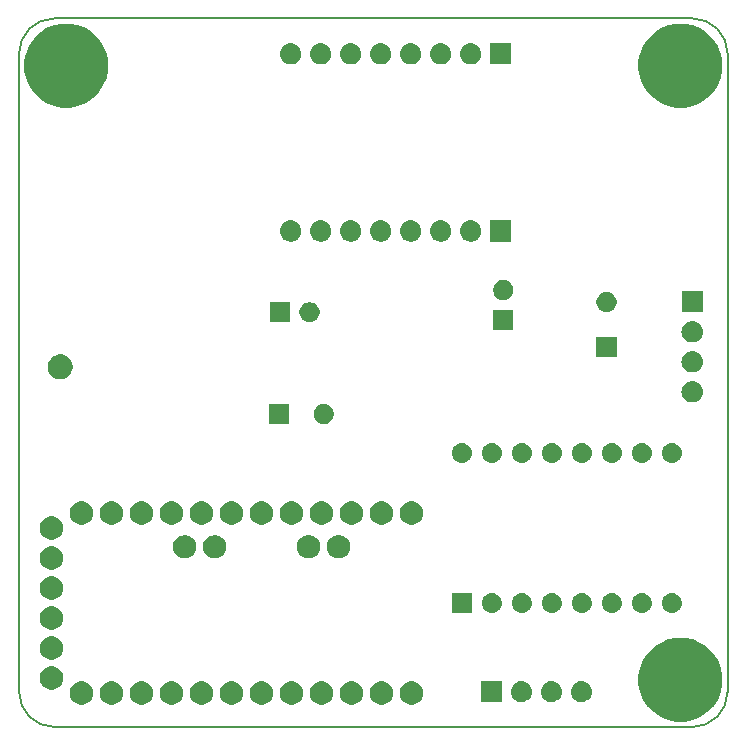
<source format=gbr>
%TF.GenerationSoftware,KiCad,Pcbnew,(5.0.1-3-g963ef8bb5)*%
%TF.CreationDate,2020-02-23T21:28:54+01:00*%
%TF.ProjectId,ethersweep,657468657273776565702E6B69636164,rev?*%
%TF.SameCoordinates,Original*%
%TF.FileFunction,Soldermask,Bot*%
%TF.FilePolarity,Negative*%
%FSLAX46Y46*%
G04 Gerber Fmt 4.6, Leading zero omitted, Abs format (unit mm)*
G04 Created by KiCad (PCBNEW (5.0.1-3-g963ef8bb5)) date 2020 February 23, Sunday 21:28:54*
%MOMM*%
%LPD*%
G01*
G04 APERTURE LIST*
%ADD10C,0.150000*%
%ADD11C,0.200000*%
%ADD12C,0.100000*%
G04 APERTURE END LIST*
D10*
X84500000Y-72500000D02*
G75*
G02X87500000Y-69500000I3000000J0D01*
G01*
X87500000Y-129500000D02*
G75*
G02X84500000Y-126500000I0J3000000D01*
G01*
X144500000Y-126500000D02*
G75*
G02X141500000Y-129500000I-3000000J0D01*
G01*
X141500000Y-69500000D02*
G75*
G02X144500000Y-72500000I0J-3000000D01*
G01*
D11*
X84500000Y-126500000D02*
X84500000Y-72500000D01*
X141500000Y-129500000D02*
X87500000Y-129500000D01*
X144500000Y-72500000D02*
X144500000Y-126500000D01*
X87500000Y-69500000D02*
X141500000Y-69500000D01*
D12*
G36*
X141535786Y-122085462D02*
X141535788Y-122085463D01*
X141535789Y-122085463D01*
X142182029Y-122353144D01*
X142643323Y-122661371D01*
X142763634Y-122741760D01*
X143258240Y-123236366D01*
X143258242Y-123236369D01*
X143646856Y-123817971D01*
X143914537Y-124464211D01*
X143914538Y-124464214D01*
X144051000Y-125150256D01*
X144051000Y-125849744D01*
X143917198Y-126522415D01*
X143914537Y-126535789D01*
X143646856Y-127182029D01*
X143306551Y-127691332D01*
X143258240Y-127763634D01*
X142763634Y-128258240D01*
X142763631Y-128258242D01*
X142182029Y-128646856D01*
X141535789Y-128914537D01*
X141535788Y-128914537D01*
X141535786Y-128914538D01*
X140849744Y-129051000D01*
X140150256Y-129051000D01*
X139464214Y-128914538D01*
X139464212Y-128914537D01*
X139464211Y-128914537D01*
X138817971Y-128646856D01*
X138236369Y-128258242D01*
X138236366Y-128258240D01*
X137741760Y-127763634D01*
X137693449Y-127691332D01*
X137353144Y-127182029D01*
X137085463Y-126535789D01*
X137082803Y-126522415D01*
X136949000Y-125849744D01*
X136949000Y-125150256D01*
X137085462Y-124464214D01*
X137085463Y-124464211D01*
X137353144Y-123817971D01*
X137741758Y-123236369D01*
X137741760Y-123236366D01*
X138236366Y-122741760D01*
X138356677Y-122661371D01*
X138817971Y-122353144D01*
X139464211Y-122085463D01*
X139464212Y-122085463D01*
X139464214Y-122085462D01*
X140150256Y-121949000D01*
X140849744Y-121949000D01*
X141535786Y-122085462D01*
X141535786Y-122085462D01*
G37*
G36*
X118029003Y-125667275D02*
X118029005Y-125667276D01*
X118029006Y-125667276D01*
X118209320Y-125741964D01*
X118369410Y-125848933D01*
X118371601Y-125850397D01*
X118509603Y-125988399D01*
X118509605Y-125988402D01*
X118618036Y-126150680D01*
X118689567Y-126323373D01*
X118692725Y-126330997D01*
X118730800Y-126522413D01*
X118730800Y-126717585D01*
X118692724Y-126909006D01*
X118618036Y-127089320D01*
X118511067Y-127249410D01*
X118509603Y-127251601D01*
X118371601Y-127389603D01*
X118371598Y-127389605D01*
X118209320Y-127498036D01*
X118029006Y-127572724D01*
X118029005Y-127572724D01*
X118029003Y-127572725D01*
X117837587Y-127610800D01*
X117642413Y-127610800D01*
X117450997Y-127572725D01*
X117450995Y-127572724D01*
X117450994Y-127572724D01*
X117270680Y-127498036D01*
X117108402Y-127389605D01*
X117108399Y-127389603D01*
X116970397Y-127251601D01*
X116968933Y-127249410D01*
X116861964Y-127089320D01*
X116787276Y-126909006D01*
X116749200Y-126717585D01*
X116749200Y-126522413D01*
X116787275Y-126330997D01*
X116790433Y-126323373D01*
X116861964Y-126150680D01*
X116970395Y-125988402D01*
X116970397Y-125988399D01*
X117108399Y-125850397D01*
X117110590Y-125848933D01*
X117270680Y-125741964D01*
X117450994Y-125667276D01*
X117450995Y-125667276D01*
X117450997Y-125667275D01*
X117642413Y-125629200D01*
X117837587Y-125629200D01*
X118029003Y-125667275D01*
X118029003Y-125667275D01*
G37*
G36*
X115489003Y-125667275D02*
X115489005Y-125667276D01*
X115489006Y-125667276D01*
X115669320Y-125741964D01*
X115829410Y-125848933D01*
X115831601Y-125850397D01*
X115969603Y-125988399D01*
X115969605Y-125988402D01*
X116078036Y-126150680D01*
X116149567Y-126323373D01*
X116152725Y-126330997D01*
X116190800Y-126522413D01*
X116190800Y-126717585D01*
X116152724Y-126909006D01*
X116078036Y-127089320D01*
X115971067Y-127249410D01*
X115969603Y-127251601D01*
X115831601Y-127389603D01*
X115831598Y-127389605D01*
X115669320Y-127498036D01*
X115489006Y-127572724D01*
X115489005Y-127572724D01*
X115489003Y-127572725D01*
X115297587Y-127610800D01*
X115102413Y-127610800D01*
X114910997Y-127572725D01*
X114910995Y-127572724D01*
X114910994Y-127572724D01*
X114730680Y-127498036D01*
X114568402Y-127389605D01*
X114568399Y-127389603D01*
X114430397Y-127251601D01*
X114428933Y-127249410D01*
X114321964Y-127089320D01*
X114247276Y-126909006D01*
X114209200Y-126717585D01*
X114209200Y-126522413D01*
X114247275Y-126330997D01*
X114250433Y-126323373D01*
X114321964Y-126150680D01*
X114430395Y-125988402D01*
X114430397Y-125988399D01*
X114568399Y-125850397D01*
X114570590Y-125848933D01*
X114730680Y-125741964D01*
X114910994Y-125667276D01*
X114910995Y-125667276D01*
X114910997Y-125667275D01*
X115102413Y-125629200D01*
X115297587Y-125629200D01*
X115489003Y-125667275D01*
X115489003Y-125667275D01*
G37*
G36*
X112949003Y-125667275D02*
X112949005Y-125667276D01*
X112949006Y-125667276D01*
X113129320Y-125741964D01*
X113289410Y-125848933D01*
X113291601Y-125850397D01*
X113429603Y-125988399D01*
X113429605Y-125988402D01*
X113538036Y-126150680D01*
X113609567Y-126323373D01*
X113612725Y-126330997D01*
X113650800Y-126522413D01*
X113650800Y-126717585D01*
X113612724Y-126909006D01*
X113538036Y-127089320D01*
X113431067Y-127249410D01*
X113429603Y-127251601D01*
X113291601Y-127389603D01*
X113291598Y-127389605D01*
X113129320Y-127498036D01*
X112949006Y-127572724D01*
X112949005Y-127572724D01*
X112949003Y-127572725D01*
X112757587Y-127610800D01*
X112562413Y-127610800D01*
X112370997Y-127572725D01*
X112370995Y-127572724D01*
X112370994Y-127572724D01*
X112190680Y-127498036D01*
X112028402Y-127389605D01*
X112028399Y-127389603D01*
X111890397Y-127251601D01*
X111888933Y-127249410D01*
X111781964Y-127089320D01*
X111707276Y-126909006D01*
X111669200Y-126717585D01*
X111669200Y-126522413D01*
X111707275Y-126330997D01*
X111710433Y-126323373D01*
X111781964Y-126150680D01*
X111890395Y-125988402D01*
X111890397Y-125988399D01*
X112028399Y-125850397D01*
X112030590Y-125848933D01*
X112190680Y-125741964D01*
X112370994Y-125667276D01*
X112370995Y-125667276D01*
X112370997Y-125667275D01*
X112562413Y-125629200D01*
X112757587Y-125629200D01*
X112949003Y-125667275D01*
X112949003Y-125667275D01*
G37*
G36*
X110409003Y-125667275D02*
X110409005Y-125667276D01*
X110409006Y-125667276D01*
X110589320Y-125741964D01*
X110749410Y-125848933D01*
X110751601Y-125850397D01*
X110889603Y-125988399D01*
X110889605Y-125988402D01*
X110998036Y-126150680D01*
X111069567Y-126323373D01*
X111072725Y-126330997D01*
X111110800Y-126522413D01*
X111110800Y-126717585D01*
X111072724Y-126909006D01*
X110998036Y-127089320D01*
X110891067Y-127249410D01*
X110889603Y-127251601D01*
X110751601Y-127389603D01*
X110751598Y-127389605D01*
X110589320Y-127498036D01*
X110409006Y-127572724D01*
X110409005Y-127572724D01*
X110409003Y-127572725D01*
X110217587Y-127610800D01*
X110022413Y-127610800D01*
X109830997Y-127572725D01*
X109830995Y-127572724D01*
X109830994Y-127572724D01*
X109650680Y-127498036D01*
X109488402Y-127389605D01*
X109488399Y-127389603D01*
X109350397Y-127251601D01*
X109348933Y-127249410D01*
X109241964Y-127089320D01*
X109167276Y-126909006D01*
X109129200Y-126717585D01*
X109129200Y-126522413D01*
X109167275Y-126330997D01*
X109170433Y-126323373D01*
X109241964Y-126150680D01*
X109350395Y-125988402D01*
X109350397Y-125988399D01*
X109488399Y-125850397D01*
X109490590Y-125848933D01*
X109650680Y-125741964D01*
X109830994Y-125667276D01*
X109830995Y-125667276D01*
X109830997Y-125667275D01*
X110022413Y-125629200D01*
X110217587Y-125629200D01*
X110409003Y-125667275D01*
X110409003Y-125667275D01*
G37*
G36*
X107869003Y-125667275D02*
X107869005Y-125667276D01*
X107869006Y-125667276D01*
X108049320Y-125741964D01*
X108209410Y-125848933D01*
X108211601Y-125850397D01*
X108349603Y-125988399D01*
X108349605Y-125988402D01*
X108458036Y-126150680D01*
X108529567Y-126323373D01*
X108532725Y-126330997D01*
X108570800Y-126522413D01*
X108570800Y-126717585D01*
X108532724Y-126909006D01*
X108458036Y-127089320D01*
X108351067Y-127249410D01*
X108349603Y-127251601D01*
X108211601Y-127389603D01*
X108211598Y-127389605D01*
X108049320Y-127498036D01*
X107869006Y-127572724D01*
X107869005Y-127572724D01*
X107869003Y-127572725D01*
X107677587Y-127610800D01*
X107482413Y-127610800D01*
X107290997Y-127572725D01*
X107290995Y-127572724D01*
X107290994Y-127572724D01*
X107110680Y-127498036D01*
X106948402Y-127389605D01*
X106948399Y-127389603D01*
X106810397Y-127251601D01*
X106808933Y-127249410D01*
X106701964Y-127089320D01*
X106627276Y-126909006D01*
X106589200Y-126717585D01*
X106589200Y-126522413D01*
X106627275Y-126330997D01*
X106630433Y-126323373D01*
X106701964Y-126150680D01*
X106810395Y-125988402D01*
X106810397Y-125988399D01*
X106948399Y-125850397D01*
X106950590Y-125848933D01*
X107110680Y-125741964D01*
X107290994Y-125667276D01*
X107290995Y-125667276D01*
X107290997Y-125667275D01*
X107482413Y-125629200D01*
X107677587Y-125629200D01*
X107869003Y-125667275D01*
X107869003Y-125667275D01*
G37*
G36*
X105329003Y-125667275D02*
X105329005Y-125667276D01*
X105329006Y-125667276D01*
X105509320Y-125741964D01*
X105669410Y-125848933D01*
X105671601Y-125850397D01*
X105809603Y-125988399D01*
X105809605Y-125988402D01*
X105918036Y-126150680D01*
X105989567Y-126323373D01*
X105992725Y-126330997D01*
X106030800Y-126522413D01*
X106030800Y-126717585D01*
X105992724Y-126909006D01*
X105918036Y-127089320D01*
X105811067Y-127249410D01*
X105809603Y-127251601D01*
X105671601Y-127389603D01*
X105671598Y-127389605D01*
X105509320Y-127498036D01*
X105329006Y-127572724D01*
X105329005Y-127572724D01*
X105329003Y-127572725D01*
X105137587Y-127610800D01*
X104942413Y-127610800D01*
X104750997Y-127572725D01*
X104750995Y-127572724D01*
X104750994Y-127572724D01*
X104570680Y-127498036D01*
X104408402Y-127389605D01*
X104408399Y-127389603D01*
X104270397Y-127251601D01*
X104268933Y-127249410D01*
X104161964Y-127089320D01*
X104087276Y-126909006D01*
X104049200Y-126717585D01*
X104049200Y-126522413D01*
X104087275Y-126330997D01*
X104090433Y-126323373D01*
X104161964Y-126150680D01*
X104270395Y-125988402D01*
X104270397Y-125988399D01*
X104408399Y-125850397D01*
X104410590Y-125848933D01*
X104570680Y-125741964D01*
X104750994Y-125667276D01*
X104750995Y-125667276D01*
X104750997Y-125667275D01*
X104942413Y-125629200D01*
X105137587Y-125629200D01*
X105329003Y-125667275D01*
X105329003Y-125667275D01*
G37*
G36*
X102789003Y-125667275D02*
X102789005Y-125667276D01*
X102789006Y-125667276D01*
X102969320Y-125741964D01*
X103129410Y-125848933D01*
X103131601Y-125850397D01*
X103269603Y-125988399D01*
X103269605Y-125988402D01*
X103378036Y-126150680D01*
X103449567Y-126323373D01*
X103452725Y-126330997D01*
X103490800Y-126522413D01*
X103490800Y-126717585D01*
X103452724Y-126909006D01*
X103378036Y-127089320D01*
X103271067Y-127249410D01*
X103269603Y-127251601D01*
X103131601Y-127389603D01*
X103131598Y-127389605D01*
X102969320Y-127498036D01*
X102789006Y-127572724D01*
X102789005Y-127572724D01*
X102789003Y-127572725D01*
X102597587Y-127610800D01*
X102402413Y-127610800D01*
X102210997Y-127572725D01*
X102210995Y-127572724D01*
X102210994Y-127572724D01*
X102030680Y-127498036D01*
X101868402Y-127389605D01*
X101868399Y-127389603D01*
X101730397Y-127251601D01*
X101728933Y-127249410D01*
X101621964Y-127089320D01*
X101547276Y-126909006D01*
X101509200Y-126717585D01*
X101509200Y-126522413D01*
X101547275Y-126330997D01*
X101550433Y-126323373D01*
X101621964Y-126150680D01*
X101730395Y-125988402D01*
X101730397Y-125988399D01*
X101868399Y-125850397D01*
X101870590Y-125848933D01*
X102030680Y-125741964D01*
X102210994Y-125667276D01*
X102210995Y-125667276D01*
X102210997Y-125667275D01*
X102402413Y-125629200D01*
X102597587Y-125629200D01*
X102789003Y-125667275D01*
X102789003Y-125667275D01*
G37*
G36*
X100249003Y-125667275D02*
X100249005Y-125667276D01*
X100249006Y-125667276D01*
X100429320Y-125741964D01*
X100589410Y-125848933D01*
X100591601Y-125850397D01*
X100729603Y-125988399D01*
X100729605Y-125988402D01*
X100838036Y-126150680D01*
X100909567Y-126323373D01*
X100912725Y-126330997D01*
X100950800Y-126522413D01*
X100950800Y-126717585D01*
X100912724Y-126909006D01*
X100838036Y-127089320D01*
X100731067Y-127249410D01*
X100729603Y-127251601D01*
X100591601Y-127389603D01*
X100591598Y-127389605D01*
X100429320Y-127498036D01*
X100249006Y-127572724D01*
X100249005Y-127572724D01*
X100249003Y-127572725D01*
X100057587Y-127610800D01*
X99862413Y-127610800D01*
X99670997Y-127572725D01*
X99670995Y-127572724D01*
X99670994Y-127572724D01*
X99490680Y-127498036D01*
X99328402Y-127389605D01*
X99328399Y-127389603D01*
X99190397Y-127251601D01*
X99188933Y-127249410D01*
X99081964Y-127089320D01*
X99007276Y-126909006D01*
X98969200Y-126717585D01*
X98969200Y-126522413D01*
X99007275Y-126330997D01*
X99010433Y-126323373D01*
X99081964Y-126150680D01*
X99190395Y-125988402D01*
X99190397Y-125988399D01*
X99328399Y-125850397D01*
X99330590Y-125848933D01*
X99490680Y-125741964D01*
X99670994Y-125667276D01*
X99670995Y-125667276D01*
X99670997Y-125667275D01*
X99862413Y-125629200D01*
X100057587Y-125629200D01*
X100249003Y-125667275D01*
X100249003Y-125667275D01*
G37*
G36*
X97709003Y-125667275D02*
X97709005Y-125667276D01*
X97709006Y-125667276D01*
X97889320Y-125741964D01*
X98049410Y-125848933D01*
X98051601Y-125850397D01*
X98189603Y-125988399D01*
X98189605Y-125988402D01*
X98298036Y-126150680D01*
X98369567Y-126323373D01*
X98372725Y-126330997D01*
X98410800Y-126522413D01*
X98410800Y-126717585D01*
X98372724Y-126909006D01*
X98298036Y-127089320D01*
X98191067Y-127249410D01*
X98189603Y-127251601D01*
X98051601Y-127389603D01*
X98051598Y-127389605D01*
X97889320Y-127498036D01*
X97709006Y-127572724D01*
X97709005Y-127572724D01*
X97709003Y-127572725D01*
X97517587Y-127610800D01*
X97322413Y-127610800D01*
X97130997Y-127572725D01*
X97130995Y-127572724D01*
X97130994Y-127572724D01*
X96950680Y-127498036D01*
X96788402Y-127389605D01*
X96788399Y-127389603D01*
X96650397Y-127251601D01*
X96648933Y-127249410D01*
X96541964Y-127089320D01*
X96467276Y-126909006D01*
X96429200Y-126717585D01*
X96429200Y-126522413D01*
X96467275Y-126330997D01*
X96470433Y-126323373D01*
X96541964Y-126150680D01*
X96650395Y-125988402D01*
X96650397Y-125988399D01*
X96788399Y-125850397D01*
X96790590Y-125848933D01*
X96950680Y-125741964D01*
X97130994Y-125667276D01*
X97130995Y-125667276D01*
X97130997Y-125667275D01*
X97322413Y-125629200D01*
X97517587Y-125629200D01*
X97709003Y-125667275D01*
X97709003Y-125667275D01*
G37*
G36*
X95169003Y-125667275D02*
X95169005Y-125667276D01*
X95169006Y-125667276D01*
X95349320Y-125741964D01*
X95509410Y-125848933D01*
X95511601Y-125850397D01*
X95649603Y-125988399D01*
X95649605Y-125988402D01*
X95758036Y-126150680D01*
X95829567Y-126323373D01*
X95832725Y-126330997D01*
X95870800Y-126522413D01*
X95870800Y-126717585D01*
X95832724Y-126909006D01*
X95758036Y-127089320D01*
X95651067Y-127249410D01*
X95649603Y-127251601D01*
X95511601Y-127389603D01*
X95511598Y-127389605D01*
X95349320Y-127498036D01*
X95169006Y-127572724D01*
X95169005Y-127572724D01*
X95169003Y-127572725D01*
X94977587Y-127610800D01*
X94782413Y-127610800D01*
X94590997Y-127572725D01*
X94590995Y-127572724D01*
X94590994Y-127572724D01*
X94410680Y-127498036D01*
X94248402Y-127389605D01*
X94248399Y-127389603D01*
X94110397Y-127251601D01*
X94108933Y-127249410D01*
X94001964Y-127089320D01*
X93927276Y-126909006D01*
X93889200Y-126717585D01*
X93889200Y-126522413D01*
X93927275Y-126330997D01*
X93930433Y-126323373D01*
X94001964Y-126150680D01*
X94110395Y-125988402D01*
X94110397Y-125988399D01*
X94248399Y-125850397D01*
X94250590Y-125848933D01*
X94410680Y-125741964D01*
X94590994Y-125667276D01*
X94590995Y-125667276D01*
X94590997Y-125667275D01*
X94782413Y-125629200D01*
X94977587Y-125629200D01*
X95169003Y-125667275D01*
X95169003Y-125667275D01*
G37*
G36*
X92629003Y-125667275D02*
X92629005Y-125667276D01*
X92629006Y-125667276D01*
X92809320Y-125741964D01*
X92969410Y-125848933D01*
X92971601Y-125850397D01*
X93109603Y-125988399D01*
X93109605Y-125988402D01*
X93218036Y-126150680D01*
X93289567Y-126323373D01*
X93292725Y-126330997D01*
X93330800Y-126522413D01*
X93330800Y-126717585D01*
X93292724Y-126909006D01*
X93218036Y-127089320D01*
X93111067Y-127249410D01*
X93109603Y-127251601D01*
X92971601Y-127389603D01*
X92971598Y-127389605D01*
X92809320Y-127498036D01*
X92629006Y-127572724D01*
X92629005Y-127572724D01*
X92629003Y-127572725D01*
X92437587Y-127610800D01*
X92242413Y-127610800D01*
X92050997Y-127572725D01*
X92050995Y-127572724D01*
X92050994Y-127572724D01*
X91870680Y-127498036D01*
X91708402Y-127389605D01*
X91708399Y-127389603D01*
X91570397Y-127251601D01*
X91568933Y-127249410D01*
X91461964Y-127089320D01*
X91387276Y-126909006D01*
X91349200Y-126717585D01*
X91349200Y-126522413D01*
X91387275Y-126330997D01*
X91390433Y-126323373D01*
X91461964Y-126150680D01*
X91570395Y-125988402D01*
X91570397Y-125988399D01*
X91708399Y-125850397D01*
X91710590Y-125848933D01*
X91870680Y-125741964D01*
X92050994Y-125667276D01*
X92050995Y-125667276D01*
X92050997Y-125667275D01*
X92242413Y-125629200D01*
X92437587Y-125629200D01*
X92629003Y-125667275D01*
X92629003Y-125667275D01*
G37*
G36*
X90089003Y-125667275D02*
X90089005Y-125667276D01*
X90089006Y-125667276D01*
X90269320Y-125741964D01*
X90429410Y-125848933D01*
X90431601Y-125850397D01*
X90569603Y-125988399D01*
X90569605Y-125988402D01*
X90678036Y-126150680D01*
X90749567Y-126323373D01*
X90752725Y-126330997D01*
X90790800Y-126522413D01*
X90790800Y-126717585D01*
X90752724Y-126909006D01*
X90678036Y-127089320D01*
X90571067Y-127249410D01*
X90569603Y-127251601D01*
X90431601Y-127389603D01*
X90431598Y-127389605D01*
X90269320Y-127498036D01*
X90089006Y-127572724D01*
X90089005Y-127572724D01*
X90089003Y-127572725D01*
X89897587Y-127610800D01*
X89702413Y-127610800D01*
X89510997Y-127572725D01*
X89510995Y-127572724D01*
X89510994Y-127572724D01*
X89330680Y-127498036D01*
X89168402Y-127389605D01*
X89168399Y-127389603D01*
X89030397Y-127251601D01*
X89028933Y-127249410D01*
X88921964Y-127089320D01*
X88847276Y-126909006D01*
X88809200Y-126717585D01*
X88809200Y-126522413D01*
X88847275Y-126330997D01*
X88850433Y-126323373D01*
X88921964Y-126150680D01*
X89030395Y-125988402D01*
X89030397Y-125988399D01*
X89168399Y-125850397D01*
X89170590Y-125848933D01*
X89330680Y-125741964D01*
X89510994Y-125667276D01*
X89510995Y-125667276D01*
X89510997Y-125667275D01*
X89702413Y-125629200D01*
X89897587Y-125629200D01*
X90089003Y-125667275D01*
X90089003Y-125667275D01*
G37*
G36*
X125401000Y-127401000D02*
X123599000Y-127401000D01*
X123599000Y-125599000D01*
X125401000Y-125599000D01*
X125401000Y-127401000D01*
X125401000Y-127401000D01*
G37*
G36*
X127150443Y-125605519D02*
X127216627Y-125612037D01*
X127280959Y-125631552D01*
X127386467Y-125663557D01*
X127525087Y-125737652D01*
X127542991Y-125747222D01*
X127578729Y-125776552D01*
X127680186Y-125859814D01*
X127755019Y-125951000D01*
X127792778Y-125997009D01*
X127792779Y-125997011D01*
X127876443Y-126153533D01*
X127876443Y-126153534D01*
X127927963Y-126323373D01*
X127945359Y-126500000D01*
X127927963Y-126676627D01*
X127915538Y-126717587D01*
X127876443Y-126846467D01*
X127835809Y-126922487D01*
X127792778Y-127002991D01*
X127763448Y-127038729D01*
X127680186Y-127140186D01*
X127578729Y-127223448D01*
X127542991Y-127252778D01*
X127542989Y-127252779D01*
X127386467Y-127336443D01*
X127329853Y-127353616D01*
X127216627Y-127387963D01*
X127150443Y-127394481D01*
X127084260Y-127401000D01*
X126995740Y-127401000D01*
X126929557Y-127394481D01*
X126863373Y-127387963D01*
X126750147Y-127353616D01*
X126693533Y-127336443D01*
X126537011Y-127252779D01*
X126537009Y-127252778D01*
X126501271Y-127223448D01*
X126399814Y-127140186D01*
X126316552Y-127038729D01*
X126287222Y-127002991D01*
X126244191Y-126922487D01*
X126203557Y-126846467D01*
X126164462Y-126717587D01*
X126152037Y-126676627D01*
X126134641Y-126500000D01*
X126152037Y-126323373D01*
X126203557Y-126153534D01*
X126203557Y-126153533D01*
X126287221Y-125997011D01*
X126287222Y-125997009D01*
X126324981Y-125951000D01*
X126399814Y-125859814D01*
X126501271Y-125776552D01*
X126537009Y-125747222D01*
X126554913Y-125737652D01*
X126693533Y-125663557D01*
X126799041Y-125631552D01*
X126863373Y-125612037D01*
X126929557Y-125605519D01*
X126995740Y-125599000D01*
X127084260Y-125599000D01*
X127150443Y-125605519D01*
X127150443Y-125605519D01*
G37*
G36*
X129690443Y-125605519D02*
X129756627Y-125612037D01*
X129820959Y-125631552D01*
X129926467Y-125663557D01*
X130065087Y-125737652D01*
X130082991Y-125747222D01*
X130118729Y-125776552D01*
X130220186Y-125859814D01*
X130295019Y-125951000D01*
X130332778Y-125997009D01*
X130332779Y-125997011D01*
X130416443Y-126153533D01*
X130416443Y-126153534D01*
X130467963Y-126323373D01*
X130485359Y-126500000D01*
X130467963Y-126676627D01*
X130455538Y-126717587D01*
X130416443Y-126846467D01*
X130375809Y-126922487D01*
X130332778Y-127002991D01*
X130303448Y-127038729D01*
X130220186Y-127140186D01*
X130118729Y-127223448D01*
X130082991Y-127252778D01*
X130082989Y-127252779D01*
X129926467Y-127336443D01*
X129869853Y-127353616D01*
X129756627Y-127387963D01*
X129690443Y-127394481D01*
X129624260Y-127401000D01*
X129535740Y-127401000D01*
X129469557Y-127394481D01*
X129403373Y-127387963D01*
X129290147Y-127353616D01*
X129233533Y-127336443D01*
X129077011Y-127252779D01*
X129077009Y-127252778D01*
X129041271Y-127223448D01*
X128939814Y-127140186D01*
X128856552Y-127038729D01*
X128827222Y-127002991D01*
X128784191Y-126922487D01*
X128743557Y-126846467D01*
X128704462Y-126717587D01*
X128692037Y-126676627D01*
X128674641Y-126500000D01*
X128692037Y-126323373D01*
X128743557Y-126153534D01*
X128743557Y-126153533D01*
X128827221Y-125997011D01*
X128827222Y-125997009D01*
X128864981Y-125951000D01*
X128939814Y-125859814D01*
X129041271Y-125776552D01*
X129077009Y-125747222D01*
X129094913Y-125737652D01*
X129233533Y-125663557D01*
X129339041Y-125631552D01*
X129403373Y-125612037D01*
X129469557Y-125605519D01*
X129535740Y-125599000D01*
X129624260Y-125599000D01*
X129690443Y-125605519D01*
X129690443Y-125605519D01*
G37*
G36*
X132230443Y-125605519D02*
X132296627Y-125612037D01*
X132360959Y-125631552D01*
X132466467Y-125663557D01*
X132605087Y-125737652D01*
X132622991Y-125747222D01*
X132658729Y-125776552D01*
X132760186Y-125859814D01*
X132835019Y-125951000D01*
X132872778Y-125997009D01*
X132872779Y-125997011D01*
X132956443Y-126153533D01*
X132956443Y-126153534D01*
X133007963Y-126323373D01*
X133025359Y-126500000D01*
X133007963Y-126676627D01*
X132995538Y-126717587D01*
X132956443Y-126846467D01*
X132915809Y-126922487D01*
X132872778Y-127002991D01*
X132843448Y-127038729D01*
X132760186Y-127140186D01*
X132658729Y-127223448D01*
X132622991Y-127252778D01*
X132622989Y-127252779D01*
X132466467Y-127336443D01*
X132409853Y-127353616D01*
X132296627Y-127387963D01*
X132230443Y-127394481D01*
X132164260Y-127401000D01*
X132075740Y-127401000D01*
X132009557Y-127394481D01*
X131943373Y-127387963D01*
X131830147Y-127353616D01*
X131773533Y-127336443D01*
X131617011Y-127252779D01*
X131617009Y-127252778D01*
X131581271Y-127223448D01*
X131479814Y-127140186D01*
X131396552Y-127038729D01*
X131367222Y-127002991D01*
X131324191Y-126922487D01*
X131283557Y-126846467D01*
X131244462Y-126717587D01*
X131232037Y-126676627D01*
X131214641Y-126500000D01*
X131232037Y-126323373D01*
X131283557Y-126153534D01*
X131283557Y-126153533D01*
X131367221Y-125997011D01*
X131367222Y-125997009D01*
X131404981Y-125951000D01*
X131479814Y-125859814D01*
X131581271Y-125776552D01*
X131617009Y-125747222D01*
X131634913Y-125737652D01*
X131773533Y-125663557D01*
X131879041Y-125631552D01*
X131943373Y-125612037D01*
X132009557Y-125605519D01*
X132075740Y-125599000D01*
X132164260Y-125599000D01*
X132230443Y-125605519D01*
X132230443Y-125605519D01*
G37*
G36*
X87549003Y-124397275D02*
X87549005Y-124397276D01*
X87549006Y-124397276D01*
X87729320Y-124471964D01*
X87729321Y-124471965D01*
X87891601Y-124580397D01*
X88029603Y-124718399D01*
X88029605Y-124718402D01*
X88138036Y-124880680D01*
X88207756Y-125049000D01*
X88212725Y-125060997D01*
X88250800Y-125252413D01*
X88250800Y-125447587D01*
X88218089Y-125612037D01*
X88212724Y-125639006D01*
X88138036Y-125819320D01*
X88110978Y-125859815D01*
X88029603Y-125981601D01*
X87891601Y-126119603D01*
X87891598Y-126119605D01*
X87729320Y-126228036D01*
X87549006Y-126302724D01*
X87549005Y-126302724D01*
X87549003Y-126302725D01*
X87357587Y-126340800D01*
X87162413Y-126340800D01*
X86970997Y-126302725D01*
X86970995Y-126302724D01*
X86970994Y-126302724D01*
X86790680Y-126228036D01*
X86628402Y-126119605D01*
X86628399Y-126119603D01*
X86490397Y-125981601D01*
X86409022Y-125859815D01*
X86381964Y-125819320D01*
X86307276Y-125639006D01*
X86301912Y-125612037D01*
X86269200Y-125447587D01*
X86269200Y-125252413D01*
X86307275Y-125060997D01*
X86312244Y-125049000D01*
X86381964Y-124880680D01*
X86490395Y-124718402D01*
X86490397Y-124718399D01*
X86628399Y-124580397D01*
X86790679Y-124471965D01*
X86790680Y-124471964D01*
X86970994Y-124397276D01*
X86970995Y-124397276D01*
X86970997Y-124397275D01*
X87162413Y-124359200D01*
X87357587Y-124359200D01*
X87549003Y-124397275D01*
X87549003Y-124397275D01*
G37*
G36*
X87549003Y-121857275D02*
X87549005Y-121857276D01*
X87549006Y-121857276D01*
X87729320Y-121931964D01*
X87729321Y-121931965D01*
X87891601Y-122040397D01*
X88029603Y-122178399D01*
X88029605Y-122178402D01*
X88138036Y-122340680D01*
X88143199Y-122353145D01*
X88212725Y-122520997D01*
X88250800Y-122712413D01*
X88250800Y-122907587D01*
X88214789Y-123088629D01*
X88212724Y-123099006D01*
X88138036Y-123279320D01*
X88138035Y-123279321D01*
X88029603Y-123441601D01*
X87891601Y-123579603D01*
X87891598Y-123579605D01*
X87729320Y-123688036D01*
X87549006Y-123762724D01*
X87549005Y-123762724D01*
X87549003Y-123762725D01*
X87357587Y-123800800D01*
X87162413Y-123800800D01*
X86970997Y-123762725D01*
X86970995Y-123762724D01*
X86970994Y-123762724D01*
X86790680Y-123688036D01*
X86628402Y-123579605D01*
X86628399Y-123579603D01*
X86490397Y-123441601D01*
X86381965Y-123279321D01*
X86381964Y-123279320D01*
X86307276Y-123099006D01*
X86305212Y-123088629D01*
X86269200Y-122907587D01*
X86269200Y-122712413D01*
X86307275Y-122520997D01*
X86376801Y-122353145D01*
X86381964Y-122340680D01*
X86490395Y-122178402D01*
X86490397Y-122178399D01*
X86628399Y-122040397D01*
X86790679Y-121931965D01*
X86790680Y-121931964D01*
X86970994Y-121857276D01*
X86970995Y-121857276D01*
X86970997Y-121857275D01*
X87162413Y-121819200D01*
X87357587Y-121819200D01*
X87549003Y-121857275D01*
X87549003Y-121857275D01*
G37*
G36*
X87549003Y-119317275D02*
X87549005Y-119317276D01*
X87549006Y-119317276D01*
X87729320Y-119391964D01*
X87889410Y-119498933D01*
X87891601Y-119500397D01*
X88029603Y-119638399D01*
X88029605Y-119638402D01*
X88138036Y-119800680D01*
X88212724Y-119980994D01*
X88250800Y-120172415D01*
X88250800Y-120367585D01*
X88212724Y-120559006D01*
X88138036Y-120739320D01*
X88138035Y-120739321D01*
X88029603Y-120901601D01*
X87891601Y-121039603D01*
X87891598Y-121039605D01*
X87729320Y-121148036D01*
X87549006Y-121222724D01*
X87549005Y-121222724D01*
X87549003Y-121222725D01*
X87357587Y-121260800D01*
X87162413Y-121260800D01*
X86970997Y-121222725D01*
X86970995Y-121222724D01*
X86970994Y-121222724D01*
X86790680Y-121148036D01*
X86628402Y-121039605D01*
X86628399Y-121039603D01*
X86490397Y-120901601D01*
X86381965Y-120739321D01*
X86381964Y-120739320D01*
X86307276Y-120559006D01*
X86269200Y-120367585D01*
X86269200Y-120172415D01*
X86307276Y-119980994D01*
X86381964Y-119800680D01*
X86490395Y-119638402D01*
X86490397Y-119638399D01*
X86628399Y-119500397D01*
X86630590Y-119498933D01*
X86790680Y-119391964D01*
X86970994Y-119317276D01*
X86970995Y-119317276D01*
X86970997Y-119317275D01*
X87162413Y-119279200D01*
X87357587Y-119279200D01*
X87549003Y-119317275D01*
X87549003Y-119317275D01*
G37*
G36*
X139946821Y-118161313D02*
X139946824Y-118161314D01*
X139946825Y-118161314D01*
X140107239Y-118209975D01*
X140107241Y-118209976D01*
X140107244Y-118209977D01*
X140255078Y-118288995D01*
X140384659Y-118395341D01*
X140491005Y-118524922D01*
X140570023Y-118672756D01*
X140570024Y-118672759D01*
X140570025Y-118672761D01*
X140584597Y-118720800D01*
X140618687Y-118833179D01*
X140635117Y-119000000D01*
X140618687Y-119166821D01*
X140618686Y-119166824D01*
X140618686Y-119166825D01*
X140573048Y-119317275D01*
X140570023Y-119327244D01*
X140491005Y-119475078D01*
X140384659Y-119604659D01*
X140255078Y-119711005D01*
X140107244Y-119790023D01*
X140107241Y-119790024D01*
X140107239Y-119790025D01*
X139946825Y-119838686D01*
X139946824Y-119838686D01*
X139946821Y-119838687D01*
X139821804Y-119851000D01*
X139738196Y-119851000D01*
X139613179Y-119838687D01*
X139613176Y-119838686D01*
X139613175Y-119838686D01*
X139452761Y-119790025D01*
X139452759Y-119790024D01*
X139452756Y-119790023D01*
X139304922Y-119711005D01*
X139175341Y-119604659D01*
X139068995Y-119475078D01*
X138989977Y-119327244D01*
X138986953Y-119317275D01*
X138941314Y-119166825D01*
X138941314Y-119166824D01*
X138941313Y-119166821D01*
X138924883Y-119000000D01*
X138941313Y-118833179D01*
X138975403Y-118720800D01*
X138989975Y-118672761D01*
X138989976Y-118672759D01*
X138989977Y-118672756D01*
X139068995Y-118524922D01*
X139175341Y-118395341D01*
X139304922Y-118288995D01*
X139452756Y-118209977D01*
X139452759Y-118209976D01*
X139452761Y-118209975D01*
X139613175Y-118161314D01*
X139613176Y-118161314D01*
X139613179Y-118161313D01*
X139738196Y-118149000D01*
X139821804Y-118149000D01*
X139946821Y-118161313D01*
X139946821Y-118161313D01*
G37*
G36*
X137406821Y-118161313D02*
X137406824Y-118161314D01*
X137406825Y-118161314D01*
X137567239Y-118209975D01*
X137567241Y-118209976D01*
X137567244Y-118209977D01*
X137715078Y-118288995D01*
X137844659Y-118395341D01*
X137951005Y-118524922D01*
X138030023Y-118672756D01*
X138030024Y-118672759D01*
X138030025Y-118672761D01*
X138044597Y-118720800D01*
X138078687Y-118833179D01*
X138095117Y-119000000D01*
X138078687Y-119166821D01*
X138078686Y-119166824D01*
X138078686Y-119166825D01*
X138033048Y-119317275D01*
X138030023Y-119327244D01*
X137951005Y-119475078D01*
X137844659Y-119604659D01*
X137715078Y-119711005D01*
X137567244Y-119790023D01*
X137567241Y-119790024D01*
X137567239Y-119790025D01*
X137406825Y-119838686D01*
X137406824Y-119838686D01*
X137406821Y-119838687D01*
X137281804Y-119851000D01*
X137198196Y-119851000D01*
X137073179Y-119838687D01*
X137073176Y-119838686D01*
X137073175Y-119838686D01*
X136912761Y-119790025D01*
X136912759Y-119790024D01*
X136912756Y-119790023D01*
X136764922Y-119711005D01*
X136635341Y-119604659D01*
X136528995Y-119475078D01*
X136449977Y-119327244D01*
X136446953Y-119317275D01*
X136401314Y-119166825D01*
X136401314Y-119166824D01*
X136401313Y-119166821D01*
X136384883Y-119000000D01*
X136401313Y-118833179D01*
X136435403Y-118720800D01*
X136449975Y-118672761D01*
X136449976Y-118672759D01*
X136449977Y-118672756D01*
X136528995Y-118524922D01*
X136635341Y-118395341D01*
X136764922Y-118288995D01*
X136912756Y-118209977D01*
X136912759Y-118209976D01*
X136912761Y-118209975D01*
X137073175Y-118161314D01*
X137073176Y-118161314D01*
X137073179Y-118161313D01*
X137198196Y-118149000D01*
X137281804Y-118149000D01*
X137406821Y-118161313D01*
X137406821Y-118161313D01*
G37*
G36*
X134866821Y-118161313D02*
X134866824Y-118161314D01*
X134866825Y-118161314D01*
X135027239Y-118209975D01*
X135027241Y-118209976D01*
X135027244Y-118209977D01*
X135175078Y-118288995D01*
X135304659Y-118395341D01*
X135411005Y-118524922D01*
X135490023Y-118672756D01*
X135490024Y-118672759D01*
X135490025Y-118672761D01*
X135504597Y-118720800D01*
X135538687Y-118833179D01*
X135555117Y-119000000D01*
X135538687Y-119166821D01*
X135538686Y-119166824D01*
X135538686Y-119166825D01*
X135493048Y-119317275D01*
X135490023Y-119327244D01*
X135411005Y-119475078D01*
X135304659Y-119604659D01*
X135175078Y-119711005D01*
X135027244Y-119790023D01*
X135027241Y-119790024D01*
X135027239Y-119790025D01*
X134866825Y-119838686D01*
X134866824Y-119838686D01*
X134866821Y-119838687D01*
X134741804Y-119851000D01*
X134658196Y-119851000D01*
X134533179Y-119838687D01*
X134533176Y-119838686D01*
X134533175Y-119838686D01*
X134372761Y-119790025D01*
X134372759Y-119790024D01*
X134372756Y-119790023D01*
X134224922Y-119711005D01*
X134095341Y-119604659D01*
X133988995Y-119475078D01*
X133909977Y-119327244D01*
X133906953Y-119317275D01*
X133861314Y-119166825D01*
X133861314Y-119166824D01*
X133861313Y-119166821D01*
X133844883Y-119000000D01*
X133861313Y-118833179D01*
X133895403Y-118720800D01*
X133909975Y-118672761D01*
X133909976Y-118672759D01*
X133909977Y-118672756D01*
X133988995Y-118524922D01*
X134095341Y-118395341D01*
X134224922Y-118288995D01*
X134372756Y-118209977D01*
X134372759Y-118209976D01*
X134372761Y-118209975D01*
X134533175Y-118161314D01*
X134533176Y-118161314D01*
X134533179Y-118161313D01*
X134658196Y-118149000D01*
X134741804Y-118149000D01*
X134866821Y-118161313D01*
X134866821Y-118161313D01*
G37*
G36*
X132326821Y-118161313D02*
X132326824Y-118161314D01*
X132326825Y-118161314D01*
X132487239Y-118209975D01*
X132487241Y-118209976D01*
X132487244Y-118209977D01*
X132635078Y-118288995D01*
X132764659Y-118395341D01*
X132871005Y-118524922D01*
X132950023Y-118672756D01*
X132950024Y-118672759D01*
X132950025Y-118672761D01*
X132964597Y-118720800D01*
X132998687Y-118833179D01*
X133015117Y-119000000D01*
X132998687Y-119166821D01*
X132998686Y-119166824D01*
X132998686Y-119166825D01*
X132953048Y-119317275D01*
X132950023Y-119327244D01*
X132871005Y-119475078D01*
X132764659Y-119604659D01*
X132635078Y-119711005D01*
X132487244Y-119790023D01*
X132487241Y-119790024D01*
X132487239Y-119790025D01*
X132326825Y-119838686D01*
X132326824Y-119838686D01*
X132326821Y-119838687D01*
X132201804Y-119851000D01*
X132118196Y-119851000D01*
X131993179Y-119838687D01*
X131993176Y-119838686D01*
X131993175Y-119838686D01*
X131832761Y-119790025D01*
X131832759Y-119790024D01*
X131832756Y-119790023D01*
X131684922Y-119711005D01*
X131555341Y-119604659D01*
X131448995Y-119475078D01*
X131369977Y-119327244D01*
X131366953Y-119317275D01*
X131321314Y-119166825D01*
X131321314Y-119166824D01*
X131321313Y-119166821D01*
X131304883Y-119000000D01*
X131321313Y-118833179D01*
X131355403Y-118720800D01*
X131369975Y-118672761D01*
X131369976Y-118672759D01*
X131369977Y-118672756D01*
X131448995Y-118524922D01*
X131555341Y-118395341D01*
X131684922Y-118288995D01*
X131832756Y-118209977D01*
X131832759Y-118209976D01*
X131832761Y-118209975D01*
X131993175Y-118161314D01*
X131993176Y-118161314D01*
X131993179Y-118161313D01*
X132118196Y-118149000D01*
X132201804Y-118149000D01*
X132326821Y-118161313D01*
X132326821Y-118161313D01*
G37*
G36*
X129786821Y-118161313D02*
X129786824Y-118161314D01*
X129786825Y-118161314D01*
X129947239Y-118209975D01*
X129947241Y-118209976D01*
X129947244Y-118209977D01*
X130095078Y-118288995D01*
X130224659Y-118395341D01*
X130331005Y-118524922D01*
X130410023Y-118672756D01*
X130410024Y-118672759D01*
X130410025Y-118672761D01*
X130424597Y-118720800D01*
X130458687Y-118833179D01*
X130475117Y-119000000D01*
X130458687Y-119166821D01*
X130458686Y-119166824D01*
X130458686Y-119166825D01*
X130413048Y-119317275D01*
X130410023Y-119327244D01*
X130331005Y-119475078D01*
X130224659Y-119604659D01*
X130095078Y-119711005D01*
X129947244Y-119790023D01*
X129947241Y-119790024D01*
X129947239Y-119790025D01*
X129786825Y-119838686D01*
X129786824Y-119838686D01*
X129786821Y-119838687D01*
X129661804Y-119851000D01*
X129578196Y-119851000D01*
X129453179Y-119838687D01*
X129453176Y-119838686D01*
X129453175Y-119838686D01*
X129292761Y-119790025D01*
X129292759Y-119790024D01*
X129292756Y-119790023D01*
X129144922Y-119711005D01*
X129015341Y-119604659D01*
X128908995Y-119475078D01*
X128829977Y-119327244D01*
X128826953Y-119317275D01*
X128781314Y-119166825D01*
X128781314Y-119166824D01*
X128781313Y-119166821D01*
X128764883Y-119000000D01*
X128781313Y-118833179D01*
X128815403Y-118720800D01*
X128829975Y-118672761D01*
X128829976Y-118672759D01*
X128829977Y-118672756D01*
X128908995Y-118524922D01*
X129015341Y-118395341D01*
X129144922Y-118288995D01*
X129292756Y-118209977D01*
X129292759Y-118209976D01*
X129292761Y-118209975D01*
X129453175Y-118161314D01*
X129453176Y-118161314D01*
X129453179Y-118161313D01*
X129578196Y-118149000D01*
X129661804Y-118149000D01*
X129786821Y-118161313D01*
X129786821Y-118161313D01*
G37*
G36*
X127246821Y-118161313D02*
X127246824Y-118161314D01*
X127246825Y-118161314D01*
X127407239Y-118209975D01*
X127407241Y-118209976D01*
X127407244Y-118209977D01*
X127555078Y-118288995D01*
X127684659Y-118395341D01*
X127791005Y-118524922D01*
X127870023Y-118672756D01*
X127870024Y-118672759D01*
X127870025Y-118672761D01*
X127884597Y-118720800D01*
X127918687Y-118833179D01*
X127935117Y-119000000D01*
X127918687Y-119166821D01*
X127918686Y-119166824D01*
X127918686Y-119166825D01*
X127873048Y-119317275D01*
X127870023Y-119327244D01*
X127791005Y-119475078D01*
X127684659Y-119604659D01*
X127555078Y-119711005D01*
X127407244Y-119790023D01*
X127407241Y-119790024D01*
X127407239Y-119790025D01*
X127246825Y-119838686D01*
X127246824Y-119838686D01*
X127246821Y-119838687D01*
X127121804Y-119851000D01*
X127038196Y-119851000D01*
X126913179Y-119838687D01*
X126913176Y-119838686D01*
X126913175Y-119838686D01*
X126752761Y-119790025D01*
X126752759Y-119790024D01*
X126752756Y-119790023D01*
X126604922Y-119711005D01*
X126475341Y-119604659D01*
X126368995Y-119475078D01*
X126289977Y-119327244D01*
X126286953Y-119317275D01*
X126241314Y-119166825D01*
X126241314Y-119166824D01*
X126241313Y-119166821D01*
X126224883Y-119000000D01*
X126241313Y-118833179D01*
X126275403Y-118720800D01*
X126289975Y-118672761D01*
X126289976Y-118672759D01*
X126289977Y-118672756D01*
X126368995Y-118524922D01*
X126475341Y-118395341D01*
X126604922Y-118288995D01*
X126752756Y-118209977D01*
X126752759Y-118209976D01*
X126752761Y-118209975D01*
X126913175Y-118161314D01*
X126913176Y-118161314D01*
X126913179Y-118161313D01*
X127038196Y-118149000D01*
X127121804Y-118149000D01*
X127246821Y-118161313D01*
X127246821Y-118161313D01*
G37*
G36*
X124706821Y-118161313D02*
X124706824Y-118161314D01*
X124706825Y-118161314D01*
X124867239Y-118209975D01*
X124867241Y-118209976D01*
X124867244Y-118209977D01*
X125015078Y-118288995D01*
X125144659Y-118395341D01*
X125251005Y-118524922D01*
X125330023Y-118672756D01*
X125330024Y-118672759D01*
X125330025Y-118672761D01*
X125344597Y-118720800D01*
X125378687Y-118833179D01*
X125395117Y-119000000D01*
X125378687Y-119166821D01*
X125378686Y-119166824D01*
X125378686Y-119166825D01*
X125333048Y-119317275D01*
X125330023Y-119327244D01*
X125251005Y-119475078D01*
X125144659Y-119604659D01*
X125015078Y-119711005D01*
X124867244Y-119790023D01*
X124867241Y-119790024D01*
X124867239Y-119790025D01*
X124706825Y-119838686D01*
X124706824Y-119838686D01*
X124706821Y-119838687D01*
X124581804Y-119851000D01*
X124498196Y-119851000D01*
X124373179Y-119838687D01*
X124373176Y-119838686D01*
X124373175Y-119838686D01*
X124212761Y-119790025D01*
X124212759Y-119790024D01*
X124212756Y-119790023D01*
X124064922Y-119711005D01*
X123935341Y-119604659D01*
X123828995Y-119475078D01*
X123749977Y-119327244D01*
X123746953Y-119317275D01*
X123701314Y-119166825D01*
X123701314Y-119166824D01*
X123701313Y-119166821D01*
X123684883Y-119000000D01*
X123701313Y-118833179D01*
X123735403Y-118720800D01*
X123749975Y-118672761D01*
X123749976Y-118672759D01*
X123749977Y-118672756D01*
X123828995Y-118524922D01*
X123935341Y-118395341D01*
X124064922Y-118288995D01*
X124212756Y-118209977D01*
X124212759Y-118209976D01*
X124212761Y-118209975D01*
X124373175Y-118161314D01*
X124373176Y-118161314D01*
X124373179Y-118161313D01*
X124498196Y-118149000D01*
X124581804Y-118149000D01*
X124706821Y-118161313D01*
X124706821Y-118161313D01*
G37*
G36*
X122851000Y-119851000D02*
X121149000Y-119851000D01*
X121149000Y-118149000D01*
X122851000Y-118149000D01*
X122851000Y-119851000D01*
X122851000Y-119851000D01*
G37*
G36*
X87549003Y-116777275D02*
X87549005Y-116777276D01*
X87549006Y-116777276D01*
X87729320Y-116851964D01*
X87729321Y-116851965D01*
X87891601Y-116960397D01*
X88029603Y-117098399D01*
X88029605Y-117098402D01*
X88138036Y-117260680D01*
X88212724Y-117440994D01*
X88250800Y-117632415D01*
X88250800Y-117827585D01*
X88212724Y-118019006D01*
X88138036Y-118199320D01*
X88130915Y-118209977D01*
X88029603Y-118361601D01*
X87891601Y-118499603D01*
X87891598Y-118499605D01*
X87729320Y-118608036D01*
X87549006Y-118682724D01*
X87549005Y-118682724D01*
X87549003Y-118682725D01*
X87357587Y-118720800D01*
X87162413Y-118720800D01*
X86970997Y-118682725D01*
X86970995Y-118682724D01*
X86970994Y-118682724D01*
X86790680Y-118608036D01*
X86628402Y-118499605D01*
X86628399Y-118499603D01*
X86490397Y-118361601D01*
X86389085Y-118209977D01*
X86381964Y-118199320D01*
X86307276Y-118019006D01*
X86269200Y-117827585D01*
X86269200Y-117632415D01*
X86307276Y-117440994D01*
X86381964Y-117260680D01*
X86490395Y-117098402D01*
X86490397Y-117098399D01*
X86628399Y-116960397D01*
X86790679Y-116851965D01*
X86790680Y-116851964D01*
X86970994Y-116777276D01*
X86970995Y-116777276D01*
X86970997Y-116777275D01*
X87162413Y-116739200D01*
X87357587Y-116739200D01*
X87549003Y-116777275D01*
X87549003Y-116777275D01*
G37*
G36*
X87549003Y-114237275D02*
X87549005Y-114237276D01*
X87549006Y-114237276D01*
X87729320Y-114311964D01*
X87729321Y-114311965D01*
X87891601Y-114420397D01*
X88029603Y-114558399D01*
X88029605Y-114558402D01*
X88138036Y-114720680D01*
X88212724Y-114900994D01*
X88212725Y-114900997D01*
X88233831Y-115007105D01*
X88250800Y-115092415D01*
X88250800Y-115287585D01*
X88212724Y-115479006D01*
X88138036Y-115659320D01*
X88138035Y-115659321D01*
X88029603Y-115821601D01*
X87891601Y-115959603D01*
X87891598Y-115959605D01*
X87729320Y-116068036D01*
X87549006Y-116142724D01*
X87549005Y-116142724D01*
X87549003Y-116142725D01*
X87357587Y-116180800D01*
X87162413Y-116180800D01*
X86970997Y-116142725D01*
X86970995Y-116142724D01*
X86970994Y-116142724D01*
X86790680Y-116068036D01*
X86628402Y-115959605D01*
X86628399Y-115959603D01*
X86490397Y-115821601D01*
X86381965Y-115659321D01*
X86381964Y-115659320D01*
X86307276Y-115479006D01*
X86269200Y-115287585D01*
X86269200Y-115092415D01*
X86286169Y-115007105D01*
X86307275Y-114900997D01*
X86307276Y-114900994D01*
X86381964Y-114720680D01*
X86490395Y-114558402D01*
X86490397Y-114558399D01*
X86628399Y-114420397D01*
X86790679Y-114311965D01*
X86790680Y-114311964D01*
X86970994Y-114237276D01*
X86970995Y-114237276D01*
X86970997Y-114237275D01*
X87162413Y-114199200D01*
X87357587Y-114199200D01*
X87549003Y-114237275D01*
X87549003Y-114237275D01*
G37*
G36*
X111837753Y-113284775D02*
X111837755Y-113284776D01*
X111837756Y-113284776D01*
X112018070Y-113359464D01*
X112018071Y-113359465D01*
X112180351Y-113467897D01*
X112318353Y-113605899D01*
X112318355Y-113605902D01*
X112426786Y-113768180D01*
X112501474Y-113948494D01*
X112501475Y-113948497D01*
X112539550Y-114139913D01*
X112539550Y-114335087D01*
X112522581Y-114420397D01*
X112501474Y-114526506D01*
X112426786Y-114706820D01*
X112417525Y-114720680D01*
X112318353Y-114869101D01*
X112180351Y-115007103D01*
X112180348Y-115007105D01*
X112018070Y-115115536D01*
X111837756Y-115190224D01*
X111837755Y-115190224D01*
X111837753Y-115190225D01*
X111646337Y-115228300D01*
X111451163Y-115228300D01*
X111259747Y-115190225D01*
X111259745Y-115190224D01*
X111259744Y-115190224D01*
X111079430Y-115115536D01*
X110917152Y-115007105D01*
X110917149Y-115007103D01*
X110779147Y-114869101D01*
X110679975Y-114720680D01*
X110670714Y-114706820D01*
X110596026Y-114526506D01*
X110574920Y-114420397D01*
X110557950Y-114335087D01*
X110557950Y-114139913D01*
X110596025Y-113948497D01*
X110596026Y-113948494D01*
X110670714Y-113768180D01*
X110779145Y-113605902D01*
X110779147Y-113605899D01*
X110917149Y-113467897D01*
X111079429Y-113359465D01*
X111079430Y-113359464D01*
X111259744Y-113284776D01*
X111259745Y-113284776D01*
X111259747Y-113284775D01*
X111451163Y-113246700D01*
X111646337Y-113246700D01*
X111837753Y-113284775D01*
X111837753Y-113284775D01*
G37*
G36*
X109297753Y-113284775D02*
X109297755Y-113284776D01*
X109297756Y-113284776D01*
X109478070Y-113359464D01*
X109478071Y-113359465D01*
X109640351Y-113467897D01*
X109778353Y-113605899D01*
X109778355Y-113605902D01*
X109886786Y-113768180D01*
X109961474Y-113948494D01*
X109961475Y-113948497D01*
X109999550Y-114139913D01*
X109999550Y-114335087D01*
X109982581Y-114420397D01*
X109961474Y-114526506D01*
X109886786Y-114706820D01*
X109877525Y-114720680D01*
X109778353Y-114869101D01*
X109640351Y-115007103D01*
X109640348Y-115007105D01*
X109478070Y-115115536D01*
X109297756Y-115190224D01*
X109297755Y-115190224D01*
X109297753Y-115190225D01*
X109106337Y-115228300D01*
X108911163Y-115228300D01*
X108719747Y-115190225D01*
X108719745Y-115190224D01*
X108719744Y-115190224D01*
X108539430Y-115115536D01*
X108377152Y-115007105D01*
X108377149Y-115007103D01*
X108239147Y-114869101D01*
X108139975Y-114720680D01*
X108130714Y-114706820D01*
X108056026Y-114526506D01*
X108034920Y-114420397D01*
X108017950Y-114335087D01*
X108017950Y-114139913D01*
X108056025Y-113948497D01*
X108056026Y-113948494D01*
X108130714Y-113768180D01*
X108239145Y-113605902D01*
X108239147Y-113605899D01*
X108377149Y-113467897D01*
X108539429Y-113359465D01*
X108539430Y-113359464D01*
X108719744Y-113284776D01*
X108719745Y-113284776D01*
X108719747Y-113284775D01*
X108911163Y-113246700D01*
X109106337Y-113246700D01*
X109297753Y-113284775D01*
X109297753Y-113284775D01*
G37*
G36*
X101360253Y-113284775D02*
X101360255Y-113284776D01*
X101360256Y-113284776D01*
X101540570Y-113359464D01*
X101540571Y-113359465D01*
X101702851Y-113467897D01*
X101840853Y-113605899D01*
X101840855Y-113605902D01*
X101949286Y-113768180D01*
X102023974Y-113948494D01*
X102023975Y-113948497D01*
X102062050Y-114139913D01*
X102062050Y-114335087D01*
X102045081Y-114420397D01*
X102023974Y-114526506D01*
X101949286Y-114706820D01*
X101940025Y-114720680D01*
X101840853Y-114869101D01*
X101702851Y-115007103D01*
X101702848Y-115007105D01*
X101540570Y-115115536D01*
X101360256Y-115190224D01*
X101360255Y-115190224D01*
X101360253Y-115190225D01*
X101168837Y-115228300D01*
X100973663Y-115228300D01*
X100782247Y-115190225D01*
X100782245Y-115190224D01*
X100782244Y-115190224D01*
X100601930Y-115115536D01*
X100439652Y-115007105D01*
X100439649Y-115007103D01*
X100301647Y-114869101D01*
X100202475Y-114720680D01*
X100193214Y-114706820D01*
X100118526Y-114526506D01*
X100097420Y-114420397D01*
X100080450Y-114335087D01*
X100080450Y-114139913D01*
X100118525Y-113948497D01*
X100118526Y-113948494D01*
X100193214Y-113768180D01*
X100301645Y-113605902D01*
X100301647Y-113605899D01*
X100439649Y-113467897D01*
X100601929Y-113359465D01*
X100601930Y-113359464D01*
X100782244Y-113284776D01*
X100782245Y-113284776D01*
X100782247Y-113284775D01*
X100973663Y-113246700D01*
X101168837Y-113246700D01*
X101360253Y-113284775D01*
X101360253Y-113284775D01*
G37*
G36*
X98820253Y-113284775D02*
X98820255Y-113284776D01*
X98820256Y-113284776D01*
X99000570Y-113359464D01*
X99000571Y-113359465D01*
X99162851Y-113467897D01*
X99300853Y-113605899D01*
X99300855Y-113605902D01*
X99409286Y-113768180D01*
X99483974Y-113948494D01*
X99483975Y-113948497D01*
X99522050Y-114139913D01*
X99522050Y-114335087D01*
X99505081Y-114420397D01*
X99483974Y-114526506D01*
X99409286Y-114706820D01*
X99400025Y-114720680D01*
X99300853Y-114869101D01*
X99162851Y-115007103D01*
X99162848Y-115007105D01*
X99000570Y-115115536D01*
X98820256Y-115190224D01*
X98820255Y-115190224D01*
X98820253Y-115190225D01*
X98628837Y-115228300D01*
X98433663Y-115228300D01*
X98242247Y-115190225D01*
X98242245Y-115190224D01*
X98242244Y-115190224D01*
X98061930Y-115115536D01*
X97899652Y-115007105D01*
X97899649Y-115007103D01*
X97761647Y-114869101D01*
X97662475Y-114720680D01*
X97653214Y-114706820D01*
X97578526Y-114526506D01*
X97557420Y-114420397D01*
X97540450Y-114335087D01*
X97540450Y-114139913D01*
X97578525Y-113948497D01*
X97578526Y-113948494D01*
X97653214Y-113768180D01*
X97761645Y-113605902D01*
X97761647Y-113605899D01*
X97899649Y-113467897D01*
X98061929Y-113359465D01*
X98061930Y-113359464D01*
X98242244Y-113284776D01*
X98242245Y-113284776D01*
X98242247Y-113284775D01*
X98433663Y-113246700D01*
X98628837Y-113246700D01*
X98820253Y-113284775D01*
X98820253Y-113284775D01*
G37*
G36*
X87549003Y-111697275D02*
X87549005Y-111697276D01*
X87549006Y-111697276D01*
X87729320Y-111771964D01*
X87889410Y-111878933D01*
X87891601Y-111880397D01*
X88029603Y-112018399D01*
X88029605Y-112018402D01*
X88138036Y-112180680D01*
X88212724Y-112360994D01*
X88250800Y-112552415D01*
X88250800Y-112747585D01*
X88212724Y-112939006D01*
X88138036Y-113119320D01*
X88138035Y-113119321D01*
X88029603Y-113281601D01*
X87891601Y-113419603D01*
X87891598Y-113419605D01*
X87729320Y-113528036D01*
X87549006Y-113602724D01*
X87549005Y-113602724D01*
X87549003Y-113602725D01*
X87357587Y-113640800D01*
X87162413Y-113640800D01*
X86970997Y-113602725D01*
X86970995Y-113602724D01*
X86970994Y-113602724D01*
X86790680Y-113528036D01*
X86628402Y-113419605D01*
X86628399Y-113419603D01*
X86490397Y-113281601D01*
X86381965Y-113119321D01*
X86381964Y-113119320D01*
X86307276Y-112939006D01*
X86269200Y-112747585D01*
X86269200Y-112552415D01*
X86307276Y-112360994D01*
X86381964Y-112180680D01*
X86490395Y-112018402D01*
X86490397Y-112018399D01*
X86628399Y-111880397D01*
X86630590Y-111878933D01*
X86790680Y-111771964D01*
X86970994Y-111697276D01*
X86970995Y-111697276D01*
X86970997Y-111697275D01*
X87162413Y-111659200D01*
X87357587Y-111659200D01*
X87549003Y-111697275D01*
X87549003Y-111697275D01*
G37*
G36*
X107869003Y-110427275D02*
X107869005Y-110427276D01*
X107869006Y-110427276D01*
X108049320Y-110501964D01*
X108049321Y-110501965D01*
X108211601Y-110610397D01*
X108349603Y-110748399D01*
X108349605Y-110748402D01*
X108458036Y-110910680D01*
X108532724Y-111090994D01*
X108570800Y-111282415D01*
X108570800Y-111477585D01*
X108532724Y-111669006D01*
X108458036Y-111849320D01*
X108458035Y-111849321D01*
X108349603Y-112011601D01*
X108211601Y-112149603D01*
X108211598Y-112149605D01*
X108049320Y-112258036D01*
X107869006Y-112332724D01*
X107869005Y-112332724D01*
X107869003Y-112332725D01*
X107677587Y-112370800D01*
X107482413Y-112370800D01*
X107290997Y-112332725D01*
X107290995Y-112332724D01*
X107290994Y-112332724D01*
X107110680Y-112258036D01*
X106948402Y-112149605D01*
X106948399Y-112149603D01*
X106810397Y-112011601D01*
X106701965Y-111849321D01*
X106701964Y-111849320D01*
X106627276Y-111669006D01*
X106589200Y-111477585D01*
X106589200Y-111282415D01*
X106627276Y-111090994D01*
X106701964Y-110910680D01*
X106810395Y-110748402D01*
X106810397Y-110748399D01*
X106948399Y-110610397D01*
X107110679Y-110501965D01*
X107110680Y-110501964D01*
X107290994Y-110427276D01*
X107290995Y-110427276D01*
X107290997Y-110427275D01*
X107482413Y-110389200D01*
X107677587Y-110389200D01*
X107869003Y-110427275D01*
X107869003Y-110427275D01*
G37*
G36*
X105329003Y-110427275D02*
X105329005Y-110427276D01*
X105329006Y-110427276D01*
X105509320Y-110501964D01*
X105509321Y-110501965D01*
X105671601Y-110610397D01*
X105809603Y-110748399D01*
X105809605Y-110748402D01*
X105918036Y-110910680D01*
X105992724Y-111090994D01*
X106030800Y-111282415D01*
X106030800Y-111477585D01*
X105992724Y-111669006D01*
X105918036Y-111849320D01*
X105918035Y-111849321D01*
X105809603Y-112011601D01*
X105671601Y-112149603D01*
X105671598Y-112149605D01*
X105509320Y-112258036D01*
X105329006Y-112332724D01*
X105329005Y-112332724D01*
X105329003Y-112332725D01*
X105137587Y-112370800D01*
X104942413Y-112370800D01*
X104750997Y-112332725D01*
X104750995Y-112332724D01*
X104750994Y-112332724D01*
X104570680Y-112258036D01*
X104408402Y-112149605D01*
X104408399Y-112149603D01*
X104270397Y-112011601D01*
X104161965Y-111849321D01*
X104161964Y-111849320D01*
X104087276Y-111669006D01*
X104049200Y-111477585D01*
X104049200Y-111282415D01*
X104087276Y-111090994D01*
X104161964Y-110910680D01*
X104270395Y-110748402D01*
X104270397Y-110748399D01*
X104408399Y-110610397D01*
X104570679Y-110501965D01*
X104570680Y-110501964D01*
X104750994Y-110427276D01*
X104750995Y-110427276D01*
X104750997Y-110427275D01*
X104942413Y-110389200D01*
X105137587Y-110389200D01*
X105329003Y-110427275D01*
X105329003Y-110427275D01*
G37*
G36*
X102789003Y-110427275D02*
X102789005Y-110427276D01*
X102789006Y-110427276D01*
X102969320Y-110501964D01*
X102969321Y-110501965D01*
X103131601Y-110610397D01*
X103269603Y-110748399D01*
X103269605Y-110748402D01*
X103378036Y-110910680D01*
X103452724Y-111090994D01*
X103490800Y-111282415D01*
X103490800Y-111477585D01*
X103452724Y-111669006D01*
X103378036Y-111849320D01*
X103378035Y-111849321D01*
X103269603Y-112011601D01*
X103131601Y-112149603D01*
X103131598Y-112149605D01*
X102969320Y-112258036D01*
X102789006Y-112332724D01*
X102789005Y-112332724D01*
X102789003Y-112332725D01*
X102597587Y-112370800D01*
X102402413Y-112370800D01*
X102210997Y-112332725D01*
X102210995Y-112332724D01*
X102210994Y-112332724D01*
X102030680Y-112258036D01*
X101868402Y-112149605D01*
X101868399Y-112149603D01*
X101730397Y-112011601D01*
X101621965Y-111849321D01*
X101621964Y-111849320D01*
X101547276Y-111669006D01*
X101509200Y-111477585D01*
X101509200Y-111282415D01*
X101547276Y-111090994D01*
X101621964Y-110910680D01*
X101730395Y-110748402D01*
X101730397Y-110748399D01*
X101868399Y-110610397D01*
X102030679Y-110501965D01*
X102030680Y-110501964D01*
X102210994Y-110427276D01*
X102210995Y-110427276D01*
X102210997Y-110427275D01*
X102402413Y-110389200D01*
X102597587Y-110389200D01*
X102789003Y-110427275D01*
X102789003Y-110427275D01*
G37*
G36*
X100249003Y-110427275D02*
X100249005Y-110427276D01*
X100249006Y-110427276D01*
X100429320Y-110501964D01*
X100429321Y-110501965D01*
X100591601Y-110610397D01*
X100729603Y-110748399D01*
X100729605Y-110748402D01*
X100838036Y-110910680D01*
X100912724Y-111090994D01*
X100950800Y-111282415D01*
X100950800Y-111477585D01*
X100912724Y-111669006D01*
X100838036Y-111849320D01*
X100838035Y-111849321D01*
X100729603Y-112011601D01*
X100591601Y-112149603D01*
X100591598Y-112149605D01*
X100429320Y-112258036D01*
X100249006Y-112332724D01*
X100249005Y-112332724D01*
X100249003Y-112332725D01*
X100057587Y-112370800D01*
X99862413Y-112370800D01*
X99670997Y-112332725D01*
X99670995Y-112332724D01*
X99670994Y-112332724D01*
X99490680Y-112258036D01*
X99328402Y-112149605D01*
X99328399Y-112149603D01*
X99190397Y-112011601D01*
X99081965Y-111849321D01*
X99081964Y-111849320D01*
X99007276Y-111669006D01*
X98969200Y-111477585D01*
X98969200Y-111282415D01*
X99007276Y-111090994D01*
X99081964Y-110910680D01*
X99190395Y-110748402D01*
X99190397Y-110748399D01*
X99328399Y-110610397D01*
X99490679Y-110501965D01*
X99490680Y-110501964D01*
X99670994Y-110427276D01*
X99670995Y-110427276D01*
X99670997Y-110427275D01*
X99862413Y-110389200D01*
X100057587Y-110389200D01*
X100249003Y-110427275D01*
X100249003Y-110427275D01*
G37*
G36*
X110409003Y-110427275D02*
X110409005Y-110427276D01*
X110409006Y-110427276D01*
X110589320Y-110501964D01*
X110589321Y-110501965D01*
X110751601Y-110610397D01*
X110889603Y-110748399D01*
X110889605Y-110748402D01*
X110998036Y-110910680D01*
X111072724Y-111090994D01*
X111110800Y-111282415D01*
X111110800Y-111477585D01*
X111072724Y-111669006D01*
X110998036Y-111849320D01*
X110998035Y-111849321D01*
X110889603Y-112011601D01*
X110751601Y-112149603D01*
X110751598Y-112149605D01*
X110589320Y-112258036D01*
X110409006Y-112332724D01*
X110409005Y-112332724D01*
X110409003Y-112332725D01*
X110217587Y-112370800D01*
X110022413Y-112370800D01*
X109830997Y-112332725D01*
X109830995Y-112332724D01*
X109830994Y-112332724D01*
X109650680Y-112258036D01*
X109488402Y-112149605D01*
X109488399Y-112149603D01*
X109350397Y-112011601D01*
X109241965Y-111849321D01*
X109241964Y-111849320D01*
X109167276Y-111669006D01*
X109129200Y-111477585D01*
X109129200Y-111282415D01*
X109167276Y-111090994D01*
X109241964Y-110910680D01*
X109350395Y-110748402D01*
X109350397Y-110748399D01*
X109488399Y-110610397D01*
X109650679Y-110501965D01*
X109650680Y-110501964D01*
X109830994Y-110427276D01*
X109830995Y-110427276D01*
X109830997Y-110427275D01*
X110022413Y-110389200D01*
X110217587Y-110389200D01*
X110409003Y-110427275D01*
X110409003Y-110427275D01*
G37*
G36*
X97709003Y-110427275D02*
X97709005Y-110427276D01*
X97709006Y-110427276D01*
X97889320Y-110501964D01*
X97889321Y-110501965D01*
X98051601Y-110610397D01*
X98189603Y-110748399D01*
X98189605Y-110748402D01*
X98298036Y-110910680D01*
X98372724Y-111090994D01*
X98410800Y-111282415D01*
X98410800Y-111477585D01*
X98372724Y-111669006D01*
X98298036Y-111849320D01*
X98298035Y-111849321D01*
X98189603Y-112011601D01*
X98051601Y-112149603D01*
X98051598Y-112149605D01*
X97889320Y-112258036D01*
X97709006Y-112332724D01*
X97709005Y-112332724D01*
X97709003Y-112332725D01*
X97517587Y-112370800D01*
X97322413Y-112370800D01*
X97130997Y-112332725D01*
X97130995Y-112332724D01*
X97130994Y-112332724D01*
X96950680Y-112258036D01*
X96788402Y-112149605D01*
X96788399Y-112149603D01*
X96650397Y-112011601D01*
X96541965Y-111849321D01*
X96541964Y-111849320D01*
X96467276Y-111669006D01*
X96429200Y-111477585D01*
X96429200Y-111282415D01*
X96467276Y-111090994D01*
X96541964Y-110910680D01*
X96650395Y-110748402D01*
X96650397Y-110748399D01*
X96788399Y-110610397D01*
X96950679Y-110501965D01*
X96950680Y-110501964D01*
X97130994Y-110427276D01*
X97130995Y-110427276D01*
X97130997Y-110427275D01*
X97322413Y-110389200D01*
X97517587Y-110389200D01*
X97709003Y-110427275D01*
X97709003Y-110427275D01*
G37*
G36*
X95169003Y-110427275D02*
X95169005Y-110427276D01*
X95169006Y-110427276D01*
X95349320Y-110501964D01*
X95349321Y-110501965D01*
X95511601Y-110610397D01*
X95649603Y-110748399D01*
X95649605Y-110748402D01*
X95758036Y-110910680D01*
X95832724Y-111090994D01*
X95870800Y-111282415D01*
X95870800Y-111477585D01*
X95832724Y-111669006D01*
X95758036Y-111849320D01*
X95758035Y-111849321D01*
X95649603Y-112011601D01*
X95511601Y-112149603D01*
X95511598Y-112149605D01*
X95349320Y-112258036D01*
X95169006Y-112332724D01*
X95169005Y-112332724D01*
X95169003Y-112332725D01*
X94977587Y-112370800D01*
X94782413Y-112370800D01*
X94590997Y-112332725D01*
X94590995Y-112332724D01*
X94590994Y-112332724D01*
X94410680Y-112258036D01*
X94248402Y-112149605D01*
X94248399Y-112149603D01*
X94110397Y-112011601D01*
X94001965Y-111849321D01*
X94001964Y-111849320D01*
X93927276Y-111669006D01*
X93889200Y-111477585D01*
X93889200Y-111282415D01*
X93927276Y-111090994D01*
X94001964Y-110910680D01*
X94110395Y-110748402D01*
X94110397Y-110748399D01*
X94248399Y-110610397D01*
X94410679Y-110501965D01*
X94410680Y-110501964D01*
X94590994Y-110427276D01*
X94590995Y-110427276D01*
X94590997Y-110427275D01*
X94782413Y-110389200D01*
X94977587Y-110389200D01*
X95169003Y-110427275D01*
X95169003Y-110427275D01*
G37*
G36*
X90089003Y-110427275D02*
X90089005Y-110427276D01*
X90089006Y-110427276D01*
X90269320Y-110501964D01*
X90269321Y-110501965D01*
X90431601Y-110610397D01*
X90569603Y-110748399D01*
X90569605Y-110748402D01*
X90678036Y-110910680D01*
X90752724Y-111090994D01*
X90790800Y-111282415D01*
X90790800Y-111477585D01*
X90752724Y-111669006D01*
X90678036Y-111849320D01*
X90678035Y-111849321D01*
X90569603Y-112011601D01*
X90431601Y-112149603D01*
X90431598Y-112149605D01*
X90269320Y-112258036D01*
X90089006Y-112332724D01*
X90089005Y-112332724D01*
X90089003Y-112332725D01*
X89897587Y-112370800D01*
X89702413Y-112370800D01*
X89510997Y-112332725D01*
X89510995Y-112332724D01*
X89510994Y-112332724D01*
X89330680Y-112258036D01*
X89168402Y-112149605D01*
X89168399Y-112149603D01*
X89030397Y-112011601D01*
X88921965Y-111849321D01*
X88921964Y-111849320D01*
X88847276Y-111669006D01*
X88809200Y-111477585D01*
X88809200Y-111282415D01*
X88847276Y-111090994D01*
X88921964Y-110910680D01*
X89030395Y-110748402D01*
X89030397Y-110748399D01*
X89168399Y-110610397D01*
X89330679Y-110501965D01*
X89330680Y-110501964D01*
X89510994Y-110427276D01*
X89510995Y-110427276D01*
X89510997Y-110427275D01*
X89702413Y-110389200D01*
X89897587Y-110389200D01*
X90089003Y-110427275D01*
X90089003Y-110427275D01*
G37*
G36*
X112949003Y-110427275D02*
X112949005Y-110427276D01*
X112949006Y-110427276D01*
X113129320Y-110501964D01*
X113129321Y-110501965D01*
X113291601Y-110610397D01*
X113429603Y-110748399D01*
X113429605Y-110748402D01*
X113538036Y-110910680D01*
X113612724Y-111090994D01*
X113650800Y-111282415D01*
X113650800Y-111477585D01*
X113612724Y-111669006D01*
X113538036Y-111849320D01*
X113538035Y-111849321D01*
X113429603Y-112011601D01*
X113291601Y-112149603D01*
X113291598Y-112149605D01*
X113129320Y-112258036D01*
X112949006Y-112332724D01*
X112949005Y-112332724D01*
X112949003Y-112332725D01*
X112757587Y-112370800D01*
X112562413Y-112370800D01*
X112370997Y-112332725D01*
X112370995Y-112332724D01*
X112370994Y-112332724D01*
X112190680Y-112258036D01*
X112028402Y-112149605D01*
X112028399Y-112149603D01*
X111890397Y-112011601D01*
X111781965Y-111849321D01*
X111781964Y-111849320D01*
X111707276Y-111669006D01*
X111669200Y-111477585D01*
X111669200Y-111282415D01*
X111707276Y-111090994D01*
X111781964Y-110910680D01*
X111890395Y-110748402D01*
X111890397Y-110748399D01*
X112028399Y-110610397D01*
X112190679Y-110501965D01*
X112190680Y-110501964D01*
X112370994Y-110427276D01*
X112370995Y-110427276D01*
X112370997Y-110427275D01*
X112562413Y-110389200D01*
X112757587Y-110389200D01*
X112949003Y-110427275D01*
X112949003Y-110427275D01*
G37*
G36*
X115489003Y-110427275D02*
X115489005Y-110427276D01*
X115489006Y-110427276D01*
X115669320Y-110501964D01*
X115669321Y-110501965D01*
X115831601Y-110610397D01*
X115969603Y-110748399D01*
X115969605Y-110748402D01*
X116078036Y-110910680D01*
X116152724Y-111090994D01*
X116190800Y-111282415D01*
X116190800Y-111477585D01*
X116152724Y-111669006D01*
X116078036Y-111849320D01*
X116078035Y-111849321D01*
X115969603Y-112011601D01*
X115831601Y-112149603D01*
X115831598Y-112149605D01*
X115669320Y-112258036D01*
X115489006Y-112332724D01*
X115489005Y-112332724D01*
X115489003Y-112332725D01*
X115297587Y-112370800D01*
X115102413Y-112370800D01*
X114910997Y-112332725D01*
X114910995Y-112332724D01*
X114910994Y-112332724D01*
X114730680Y-112258036D01*
X114568402Y-112149605D01*
X114568399Y-112149603D01*
X114430397Y-112011601D01*
X114321965Y-111849321D01*
X114321964Y-111849320D01*
X114247276Y-111669006D01*
X114209200Y-111477585D01*
X114209200Y-111282415D01*
X114247276Y-111090994D01*
X114321964Y-110910680D01*
X114430395Y-110748402D01*
X114430397Y-110748399D01*
X114568399Y-110610397D01*
X114730679Y-110501965D01*
X114730680Y-110501964D01*
X114910994Y-110427276D01*
X114910995Y-110427276D01*
X114910997Y-110427275D01*
X115102413Y-110389200D01*
X115297587Y-110389200D01*
X115489003Y-110427275D01*
X115489003Y-110427275D01*
G37*
G36*
X118029003Y-110427275D02*
X118029005Y-110427276D01*
X118029006Y-110427276D01*
X118209320Y-110501964D01*
X118209321Y-110501965D01*
X118371601Y-110610397D01*
X118509603Y-110748399D01*
X118509605Y-110748402D01*
X118618036Y-110910680D01*
X118692724Y-111090994D01*
X118730800Y-111282415D01*
X118730800Y-111477585D01*
X118692724Y-111669006D01*
X118618036Y-111849320D01*
X118618035Y-111849321D01*
X118509603Y-112011601D01*
X118371601Y-112149603D01*
X118371598Y-112149605D01*
X118209320Y-112258036D01*
X118029006Y-112332724D01*
X118029005Y-112332724D01*
X118029003Y-112332725D01*
X117837587Y-112370800D01*
X117642413Y-112370800D01*
X117450997Y-112332725D01*
X117450995Y-112332724D01*
X117450994Y-112332724D01*
X117270680Y-112258036D01*
X117108402Y-112149605D01*
X117108399Y-112149603D01*
X116970397Y-112011601D01*
X116861965Y-111849321D01*
X116861964Y-111849320D01*
X116787276Y-111669006D01*
X116749200Y-111477585D01*
X116749200Y-111282415D01*
X116787276Y-111090994D01*
X116861964Y-110910680D01*
X116970395Y-110748402D01*
X116970397Y-110748399D01*
X117108399Y-110610397D01*
X117270679Y-110501965D01*
X117270680Y-110501964D01*
X117450994Y-110427276D01*
X117450995Y-110427276D01*
X117450997Y-110427275D01*
X117642413Y-110389200D01*
X117837587Y-110389200D01*
X118029003Y-110427275D01*
X118029003Y-110427275D01*
G37*
G36*
X92629003Y-110427275D02*
X92629005Y-110427276D01*
X92629006Y-110427276D01*
X92809320Y-110501964D01*
X92809321Y-110501965D01*
X92971601Y-110610397D01*
X93109603Y-110748399D01*
X93109605Y-110748402D01*
X93218036Y-110910680D01*
X93292724Y-111090994D01*
X93330800Y-111282415D01*
X93330800Y-111477585D01*
X93292724Y-111669006D01*
X93218036Y-111849320D01*
X93218035Y-111849321D01*
X93109603Y-112011601D01*
X92971601Y-112149603D01*
X92971598Y-112149605D01*
X92809320Y-112258036D01*
X92629006Y-112332724D01*
X92629005Y-112332724D01*
X92629003Y-112332725D01*
X92437587Y-112370800D01*
X92242413Y-112370800D01*
X92050997Y-112332725D01*
X92050995Y-112332724D01*
X92050994Y-112332724D01*
X91870680Y-112258036D01*
X91708402Y-112149605D01*
X91708399Y-112149603D01*
X91570397Y-112011601D01*
X91461965Y-111849321D01*
X91461964Y-111849320D01*
X91387276Y-111669006D01*
X91349200Y-111477585D01*
X91349200Y-111282415D01*
X91387276Y-111090994D01*
X91461964Y-110910680D01*
X91570395Y-110748402D01*
X91570397Y-110748399D01*
X91708399Y-110610397D01*
X91870679Y-110501965D01*
X91870680Y-110501964D01*
X92050994Y-110427276D01*
X92050995Y-110427276D01*
X92050997Y-110427275D01*
X92242413Y-110389200D01*
X92437587Y-110389200D01*
X92629003Y-110427275D01*
X92629003Y-110427275D01*
G37*
G36*
X137406821Y-105461313D02*
X137406824Y-105461314D01*
X137406825Y-105461314D01*
X137567239Y-105509975D01*
X137567241Y-105509976D01*
X137567244Y-105509977D01*
X137715078Y-105588995D01*
X137844659Y-105695341D01*
X137951005Y-105824922D01*
X138030023Y-105972756D01*
X138078687Y-106133179D01*
X138095117Y-106300000D01*
X138078687Y-106466821D01*
X138030023Y-106627244D01*
X137951005Y-106775078D01*
X137844659Y-106904659D01*
X137715078Y-107011005D01*
X137567244Y-107090023D01*
X137567241Y-107090024D01*
X137567239Y-107090025D01*
X137406825Y-107138686D01*
X137406824Y-107138686D01*
X137406821Y-107138687D01*
X137281804Y-107151000D01*
X137198196Y-107151000D01*
X137073179Y-107138687D01*
X137073176Y-107138686D01*
X137073175Y-107138686D01*
X136912761Y-107090025D01*
X136912759Y-107090024D01*
X136912756Y-107090023D01*
X136764922Y-107011005D01*
X136635341Y-106904659D01*
X136528995Y-106775078D01*
X136449977Y-106627244D01*
X136401313Y-106466821D01*
X136384883Y-106300000D01*
X136401313Y-106133179D01*
X136449977Y-105972756D01*
X136528995Y-105824922D01*
X136635341Y-105695341D01*
X136764922Y-105588995D01*
X136912756Y-105509977D01*
X136912759Y-105509976D01*
X136912761Y-105509975D01*
X137073175Y-105461314D01*
X137073176Y-105461314D01*
X137073179Y-105461313D01*
X137198196Y-105449000D01*
X137281804Y-105449000D01*
X137406821Y-105461313D01*
X137406821Y-105461313D01*
G37*
G36*
X129786821Y-105461313D02*
X129786824Y-105461314D01*
X129786825Y-105461314D01*
X129947239Y-105509975D01*
X129947241Y-105509976D01*
X129947244Y-105509977D01*
X130095078Y-105588995D01*
X130224659Y-105695341D01*
X130331005Y-105824922D01*
X130410023Y-105972756D01*
X130458687Y-106133179D01*
X130475117Y-106300000D01*
X130458687Y-106466821D01*
X130410023Y-106627244D01*
X130331005Y-106775078D01*
X130224659Y-106904659D01*
X130095078Y-107011005D01*
X129947244Y-107090023D01*
X129947241Y-107090024D01*
X129947239Y-107090025D01*
X129786825Y-107138686D01*
X129786824Y-107138686D01*
X129786821Y-107138687D01*
X129661804Y-107151000D01*
X129578196Y-107151000D01*
X129453179Y-107138687D01*
X129453176Y-107138686D01*
X129453175Y-107138686D01*
X129292761Y-107090025D01*
X129292759Y-107090024D01*
X129292756Y-107090023D01*
X129144922Y-107011005D01*
X129015341Y-106904659D01*
X128908995Y-106775078D01*
X128829977Y-106627244D01*
X128781313Y-106466821D01*
X128764883Y-106300000D01*
X128781313Y-106133179D01*
X128829977Y-105972756D01*
X128908995Y-105824922D01*
X129015341Y-105695341D01*
X129144922Y-105588995D01*
X129292756Y-105509977D01*
X129292759Y-105509976D01*
X129292761Y-105509975D01*
X129453175Y-105461314D01*
X129453176Y-105461314D01*
X129453179Y-105461313D01*
X129578196Y-105449000D01*
X129661804Y-105449000D01*
X129786821Y-105461313D01*
X129786821Y-105461313D01*
G37*
G36*
X122166821Y-105461313D02*
X122166824Y-105461314D01*
X122166825Y-105461314D01*
X122327239Y-105509975D01*
X122327241Y-105509976D01*
X122327244Y-105509977D01*
X122475078Y-105588995D01*
X122604659Y-105695341D01*
X122711005Y-105824922D01*
X122790023Y-105972756D01*
X122838687Y-106133179D01*
X122855117Y-106300000D01*
X122838687Y-106466821D01*
X122790023Y-106627244D01*
X122711005Y-106775078D01*
X122604659Y-106904659D01*
X122475078Y-107011005D01*
X122327244Y-107090023D01*
X122327241Y-107090024D01*
X122327239Y-107090025D01*
X122166825Y-107138686D01*
X122166824Y-107138686D01*
X122166821Y-107138687D01*
X122041804Y-107151000D01*
X121958196Y-107151000D01*
X121833179Y-107138687D01*
X121833176Y-107138686D01*
X121833175Y-107138686D01*
X121672761Y-107090025D01*
X121672759Y-107090024D01*
X121672756Y-107090023D01*
X121524922Y-107011005D01*
X121395341Y-106904659D01*
X121288995Y-106775078D01*
X121209977Y-106627244D01*
X121161313Y-106466821D01*
X121144883Y-106300000D01*
X121161313Y-106133179D01*
X121209977Y-105972756D01*
X121288995Y-105824922D01*
X121395341Y-105695341D01*
X121524922Y-105588995D01*
X121672756Y-105509977D01*
X121672759Y-105509976D01*
X121672761Y-105509975D01*
X121833175Y-105461314D01*
X121833176Y-105461314D01*
X121833179Y-105461313D01*
X121958196Y-105449000D01*
X122041804Y-105449000D01*
X122166821Y-105461313D01*
X122166821Y-105461313D01*
G37*
G36*
X124706821Y-105461313D02*
X124706824Y-105461314D01*
X124706825Y-105461314D01*
X124867239Y-105509975D01*
X124867241Y-105509976D01*
X124867244Y-105509977D01*
X125015078Y-105588995D01*
X125144659Y-105695341D01*
X125251005Y-105824922D01*
X125330023Y-105972756D01*
X125378687Y-106133179D01*
X125395117Y-106300000D01*
X125378687Y-106466821D01*
X125330023Y-106627244D01*
X125251005Y-106775078D01*
X125144659Y-106904659D01*
X125015078Y-107011005D01*
X124867244Y-107090023D01*
X124867241Y-107090024D01*
X124867239Y-107090025D01*
X124706825Y-107138686D01*
X124706824Y-107138686D01*
X124706821Y-107138687D01*
X124581804Y-107151000D01*
X124498196Y-107151000D01*
X124373179Y-107138687D01*
X124373176Y-107138686D01*
X124373175Y-107138686D01*
X124212761Y-107090025D01*
X124212759Y-107090024D01*
X124212756Y-107090023D01*
X124064922Y-107011005D01*
X123935341Y-106904659D01*
X123828995Y-106775078D01*
X123749977Y-106627244D01*
X123701313Y-106466821D01*
X123684883Y-106300000D01*
X123701313Y-106133179D01*
X123749977Y-105972756D01*
X123828995Y-105824922D01*
X123935341Y-105695341D01*
X124064922Y-105588995D01*
X124212756Y-105509977D01*
X124212759Y-105509976D01*
X124212761Y-105509975D01*
X124373175Y-105461314D01*
X124373176Y-105461314D01*
X124373179Y-105461313D01*
X124498196Y-105449000D01*
X124581804Y-105449000D01*
X124706821Y-105461313D01*
X124706821Y-105461313D01*
G37*
G36*
X127246821Y-105461313D02*
X127246824Y-105461314D01*
X127246825Y-105461314D01*
X127407239Y-105509975D01*
X127407241Y-105509976D01*
X127407244Y-105509977D01*
X127555078Y-105588995D01*
X127684659Y-105695341D01*
X127791005Y-105824922D01*
X127870023Y-105972756D01*
X127918687Y-106133179D01*
X127935117Y-106300000D01*
X127918687Y-106466821D01*
X127870023Y-106627244D01*
X127791005Y-106775078D01*
X127684659Y-106904659D01*
X127555078Y-107011005D01*
X127407244Y-107090023D01*
X127407241Y-107090024D01*
X127407239Y-107090025D01*
X127246825Y-107138686D01*
X127246824Y-107138686D01*
X127246821Y-107138687D01*
X127121804Y-107151000D01*
X127038196Y-107151000D01*
X126913179Y-107138687D01*
X126913176Y-107138686D01*
X126913175Y-107138686D01*
X126752761Y-107090025D01*
X126752759Y-107090024D01*
X126752756Y-107090023D01*
X126604922Y-107011005D01*
X126475341Y-106904659D01*
X126368995Y-106775078D01*
X126289977Y-106627244D01*
X126241313Y-106466821D01*
X126224883Y-106300000D01*
X126241313Y-106133179D01*
X126289977Y-105972756D01*
X126368995Y-105824922D01*
X126475341Y-105695341D01*
X126604922Y-105588995D01*
X126752756Y-105509977D01*
X126752759Y-105509976D01*
X126752761Y-105509975D01*
X126913175Y-105461314D01*
X126913176Y-105461314D01*
X126913179Y-105461313D01*
X127038196Y-105449000D01*
X127121804Y-105449000D01*
X127246821Y-105461313D01*
X127246821Y-105461313D01*
G37*
G36*
X132326821Y-105461313D02*
X132326824Y-105461314D01*
X132326825Y-105461314D01*
X132487239Y-105509975D01*
X132487241Y-105509976D01*
X132487244Y-105509977D01*
X132635078Y-105588995D01*
X132764659Y-105695341D01*
X132871005Y-105824922D01*
X132950023Y-105972756D01*
X132998687Y-106133179D01*
X133015117Y-106300000D01*
X132998687Y-106466821D01*
X132950023Y-106627244D01*
X132871005Y-106775078D01*
X132764659Y-106904659D01*
X132635078Y-107011005D01*
X132487244Y-107090023D01*
X132487241Y-107090024D01*
X132487239Y-107090025D01*
X132326825Y-107138686D01*
X132326824Y-107138686D01*
X132326821Y-107138687D01*
X132201804Y-107151000D01*
X132118196Y-107151000D01*
X131993179Y-107138687D01*
X131993176Y-107138686D01*
X131993175Y-107138686D01*
X131832761Y-107090025D01*
X131832759Y-107090024D01*
X131832756Y-107090023D01*
X131684922Y-107011005D01*
X131555341Y-106904659D01*
X131448995Y-106775078D01*
X131369977Y-106627244D01*
X131321313Y-106466821D01*
X131304883Y-106300000D01*
X131321313Y-106133179D01*
X131369977Y-105972756D01*
X131448995Y-105824922D01*
X131555341Y-105695341D01*
X131684922Y-105588995D01*
X131832756Y-105509977D01*
X131832759Y-105509976D01*
X131832761Y-105509975D01*
X131993175Y-105461314D01*
X131993176Y-105461314D01*
X131993179Y-105461313D01*
X132118196Y-105449000D01*
X132201804Y-105449000D01*
X132326821Y-105461313D01*
X132326821Y-105461313D01*
G37*
G36*
X134866821Y-105461313D02*
X134866824Y-105461314D01*
X134866825Y-105461314D01*
X135027239Y-105509975D01*
X135027241Y-105509976D01*
X135027244Y-105509977D01*
X135175078Y-105588995D01*
X135304659Y-105695341D01*
X135411005Y-105824922D01*
X135490023Y-105972756D01*
X135538687Y-106133179D01*
X135555117Y-106300000D01*
X135538687Y-106466821D01*
X135490023Y-106627244D01*
X135411005Y-106775078D01*
X135304659Y-106904659D01*
X135175078Y-107011005D01*
X135027244Y-107090023D01*
X135027241Y-107090024D01*
X135027239Y-107090025D01*
X134866825Y-107138686D01*
X134866824Y-107138686D01*
X134866821Y-107138687D01*
X134741804Y-107151000D01*
X134658196Y-107151000D01*
X134533179Y-107138687D01*
X134533176Y-107138686D01*
X134533175Y-107138686D01*
X134372761Y-107090025D01*
X134372759Y-107090024D01*
X134372756Y-107090023D01*
X134224922Y-107011005D01*
X134095341Y-106904659D01*
X133988995Y-106775078D01*
X133909977Y-106627244D01*
X133861313Y-106466821D01*
X133844883Y-106300000D01*
X133861313Y-106133179D01*
X133909977Y-105972756D01*
X133988995Y-105824922D01*
X134095341Y-105695341D01*
X134224922Y-105588995D01*
X134372756Y-105509977D01*
X134372759Y-105509976D01*
X134372761Y-105509975D01*
X134533175Y-105461314D01*
X134533176Y-105461314D01*
X134533179Y-105461313D01*
X134658196Y-105449000D01*
X134741804Y-105449000D01*
X134866821Y-105461313D01*
X134866821Y-105461313D01*
G37*
G36*
X139946821Y-105461313D02*
X139946824Y-105461314D01*
X139946825Y-105461314D01*
X140107239Y-105509975D01*
X140107241Y-105509976D01*
X140107244Y-105509977D01*
X140255078Y-105588995D01*
X140384659Y-105695341D01*
X140491005Y-105824922D01*
X140570023Y-105972756D01*
X140618687Y-106133179D01*
X140635117Y-106300000D01*
X140618687Y-106466821D01*
X140570023Y-106627244D01*
X140491005Y-106775078D01*
X140384659Y-106904659D01*
X140255078Y-107011005D01*
X140107244Y-107090023D01*
X140107241Y-107090024D01*
X140107239Y-107090025D01*
X139946825Y-107138686D01*
X139946824Y-107138686D01*
X139946821Y-107138687D01*
X139821804Y-107151000D01*
X139738196Y-107151000D01*
X139613179Y-107138687D01*
X139613176Y-107138686D01*
X139613175Y-107138686D01*
X139452761Y-107090025D01*
X139452759Y-107090024D01*
X139452756Y-107090023D01*
X139304922Y-107011005D01*
X139175341Y-106904659D01*
X139068995Y-106775078D01*
X138989977Y-106627244D01*
X138941313Y-106466821D01*
X138924883Y-106300000D01*
X138941313Y-106133179D01*
X138989977Y-105972756D01*
X139068995Y-105824922D01*
X139175341Y-105695341D01*
X139304922Y-105588995D01*
X139452756Y-105509977D01*
X139452759Y-105509976D01*
X139452761Y-105509975D01*
X139613175Y-105461314D01*
X139613176Y-105461314D01*
X139613179Y-105461313D01*
X139738196Y-105449000D01*
X139821804Y-105449000D01*
X139946821Y-105461313D01*
X139946821Y-105461313D01*
G37*
G36*
X107351000Y-103851000D02*
X105649000Y-103851000D01*
X105649000Y-102149000D01*
X107351000Y-102149000D01*
X107351000Y-103851000D01*
X107351000Y-103851000D01*
G37*
G36*
X110548228Y-102181703D02*
X110703100Y-102245853D01*
X110842481Y-102338985D01*
X110961015Y-102457519D01*
X111054147Y-102596900D01*
X111118297Y-102751772D01*
X111151000Y-102916184D01*
X111151000Y-103083816D01*
X111118297Y-103248228D01*
X111054147Y-103403100D01*
X110961015Y-103542481D01*
X110842481Y-103661015D01*
X110703100Y-103754147D01*
X110548228Y-103818297D01*
X110383816Y-103851000D01*
X110216184Y-103851000D01*
X110051772Y-103818297D01*
X109896900Y-103754147D01*
X109757519Y-103661015D01*
X109638985Y-103542481D01*
X109545853Y-103403100D01*
X109481703Y-103248228D01*
X109449000Y-103083816D01*
X109449000Y-102916184D01*
X109481703Y-102751772D01*
X109545853Y-102596900D01*
X109638985Y-102457519D01*
X109757519Y-102338985D01*
X109896900Y-102245853D01*
X110051772Y-102181703D01*
X110216184Y-102149000D01*
X110383816Y-102149000D01*
X110548228Y-102181703D01*
X110548228Y-102181703D01*
G37*
G36*
X141610443Y-100225519D02*
X141676627Y-100232037D01*
X141789853Y-100266384D01*
X141846467Y-100283557D01*
X141985087Y-100357652D01*
X142002991Y-100367222D01*
X142038729Y-100396552D01*
X142140186Y-100479814D01*
X142223448Y-100581271D01*
X142252778Y-100617009D01*
X142252779Y-100617011D01*
X142336443Y-100773533D01*
X142336443Y-100773534D01*
X142387963Y-100943373D01*
X142405359Y-101120000D01*
X142387963Y-101296627D01*
X142353616Y-101409853D01*
X142336443Y-101466467D01*
X142262348Y-101605087D01*
X142252778Y-101622991D01*
X142223448Y-101658729D01*
X142140186Y-101760186D01*
X142038729Y-101843448D01*
X142002991Y-101872778D01*
X142002989Y-101872779D01*
X141846467Y-101956443D01*
X141789853Y-101973616D01*
X141676627Y-102007963D01*
X141610442Y-102014482D01*
X141544260Y-102021000D01*
X141455740Y-102021000D01*
X141389557Y-102014481D01*
X141323373Y-102007963D01*
X141210147Y-101973616D01*
X141153533Y-101956443D01*
X140997011Y-101872779D01*
X140997009Y-101872778D01*
X140961271Y-101843448D01*
X140859814Y-101760186D01*
X140776552Y-101658729D01*
X140747222Y-101622991D01*
X140737652Y-101605087D01*
X140663557Y-101466467D01*
X140646384Y-101409853D01*
X140612037Y-101296627D01*
X140594641Y-101120000D01*
X140612037Y-100943373D01*
X140663557Y-100773534D01*
X140663557Y-100773533D01*
X140747221Y-100617011D01*
X140747222Y-100617009D01*
X140776552Y-100581271D01*
X140859814Y-100479814D01*
X140961271Y-100396552D01*
X140997009Y-100367222D01*
X141014913Y-100357652D01*
X141153533Y-100283557D01*
X141210147Y-100266384D01*
X141323373Y-100232037D01*
X141389557Y-100225519D01*
X141455740Y-100219000D01*
X141544260Y-100219000D01*
X141610443Y-100225519D01*
X141610443Y-100225519D01*
G37*
G36*
X88306565Y-97989389D02*
X88497834Y-98068615D01*
X88669976Y-98183637D01*
X88816363Y-98330024D01*
X88931385Y-98502166D01*
X89010611Y-98693435D01*
X89051000Y-98896484D01*
X89051000Y-99103516D01*
X89010611Y-99306565D01*
X88931385Y-99497834D01*
X88816363Y-99669976D01*
X88669976Y-99816363D01*
X88497834Y-99931385D01*
X88306565Y-100010611D01*
X88103516Y-100051000D01*
X87896484Y-100051000D01*
X87693435Y-100010611D01*
X87502166Y-99931385D01*
X87330024Y-99816363D01*
X87183637Y-99669976D01*
X87068615Y-99497834D01*
X86989389Y-99306565D01*
X86949000Y-99103516D01*
X86949000Y-98896484D01*
X86989389Y-98693435D01*
X87068615Y-98502166D01*
X87183637Y-98330024D01*
X87330024Y-98183637D01*
X87502166Y-98068615D01*
X87693435Y-97989389D01*
X87896484Y-97949000D01*
X88103516Y-97949000D01*
X88306565Y-97989389D01*
X88306565Y-97989389D01*
G37*
G36*
X141610442Y-97685518D02*
X141676627Y-97692037D01*
X141789853Y-97726384D01*
X141846467Y-97743557D01*
X141985087Y-97817652D01*
X142002991Y-97827222D01*
X142038729Y-97856552D01*
X142140186Y-97939814D01*
X142223448Y-98041271D01*
X142252778Y-98077009D01*
X142252779Y-98077011D01*
X142336443Y-98233533D01*
X142336443Y-98233534D01*
X142387963Y-98403373D01*
X142405359Y-98580000D01*
X142387963Y-98756627D01*
X142353616Y-98869853D01*
X142336443Y-98926467D01*
X142262348Y-99065087D01*
X142252778Y-99082991D01*
X142235935Y-99103514D01*
X142140186Y-99220186D01*
X142038729Y-99303448D01*
X142002991Y-99332778D01*
X142002989Y-99332779D01*
X141846467Y-99416443D01*
X141789853Y-99433616D01*
X141676627Y-99467963D01*
X141610443Y-99474481D01*
X141544260Y-99481000D01*
X141455740Y-99481000D01*
X141389557Y-99474481D01*
X141323373Y-99467963D01*
X141210147Y-99433616D01*
X141153533Y-99416443D01*
X140997011Y-99332779D01*
X140997009Y-99332778D01*
X140961271Y-99303448D01*
X140859814Y-99220186D01*
X140764065Y-99103514D01*
X140747222Y-99082991D01*
X140737652Y-99065087D01*
X140663557Y-98926467D01*
X140646384Y-98869853D01*
X140612037Y-98756627D01*
X140594641Y-98580000D01*
X140612037Y-98403373D01*
X140663557Y-98233534D01*
X140663557Y-98233533D01*
X140747221Y-98077011D01*
X140747222Y-98077009D01*
X140776552Y-98041271D01*
X140859814Y-97939814D01*
X140961271Y-97856552D01*
X140997009Y-97827222D01*
X141014913Y-97817652D01*
X141153533Y-97743557D01*
X141210147Y-97726384D01*
X141323373Y-97692037D01*
X141389558Y-97685518D01*
X141455740Y-97679000D01*
X141544260Y-97679000D01*
X141610442Y-97685518D01*
X141610442Y-97685518D01*
G37*
G36*
X135096001Y-98175999D02*
X133394001Y-98175999D01*
X133394001Y-96473999D01*
X135096001Y-96473999D01*
X135096001Y-98175999D01*
X135096001Y-98175999D01*
G37*
G36*
X141610443Y-95145519D02*
X141676627Y-95152037D01*
X141789853Y-95186384D01*
X141846467Y-95203557D01*
X141985087Y-95277652D01*
X142002991Y-95287222D01*
X142038729Y-95316552D01*
X142140186Y-95399814D01*
X142223448Y-95501271D01*
X142252778Y-95537009D01*
X142252779Y-95537011D01*
X142336443Y-95693533D01*
X142336443Y-95693534D01*
X142387963Y-95863373D01*
X142405359Y-96040000D01*
X142387963Y-96216627D01*
X142353616Y-96329853D01*
X142336443Y-96386467D01*
X142289655Y-96473999D01*
X142252778Y-96542991D01*
X142223448Y-96578729D01*
X142140186Y-96680186D01*
X142038729Y-96763448D01*
X142002991Y-96792778D01*
X142002989Y-96792779D01*
X141846467Y-96876443D01*
X141789853Y-96893616D01*
X141676627Y-96927963D01*
X141610442Y-96934482D01*
X141544260Y-96941000D01*
X141455740Y-96941000D01*
X141389558Y-96934482D01*
X141323373Y-96927963D01*
X141210147Y-96893616D01*
X141153533Y-96876443D01*
X140997011Y-96792779D01*
X140997009Y-96792778D01*
X140961271Y-96763448D01*
X140859814Y-96680186D01*
X140776552Y-96578729D01*
X140747222Y-96542991D01*
X140710345Y-96473999D01*
X140663557Y-96386467D01*
X140646384Y-96329853D01*
X140612037Y-96216627D01*
X140594641Y-96040000D01*
X140612037Y-95863373D01*
X140663557Y-95693534D01*
X140663557Y-95693533D01*
X140747221Y-95537011D01*
X140747222Y-95537009D01*
X140776552Y-95501271D01*
X140859814Y-95399814D01*
X140961271Y-95316552D01*
X140997009Y-95287222D01*
X141014913Y-95277652D01*
X141153533Y-95203557D01*
X141210147Y-95186384D01*
X141323373Y-95152037D01*
X141389557Y-95145519D01*
X141455740Y-95139000D01*
X141544260Y-95139000D01*
X141610443Y-95145519D01*
X141610443Y-95145519D01*
G37*
G36*
X126351000Y-95851000D02*
X124649000Y-95851000D01*
X124649000Y-94149000D01*
X126351000Y-94149000D01*
X126351000Y-95851000D01*
X126351000Y-95851000D01*
G37*
G36*
X107451001Y-95226001D02*
X105749001Y-95226001D01*
X105749001Y-93524001D01*
X107451001Y-93524001D01*
X107451001Y-95226001D01*
X107451001Y-95226001D01*
G37*
G36*
X109348229Y-93556704D02*
X109503101Y-93620854D01*
X109642482Y-93713986D01*
X109761016Y-93832520D01*
X109854148Y-93971901D01*
X109918298Y-94126773D01*
X109951001Y-94291185D01*
X109951001Y-94458817D01*
X109918298Y-94623229D01*
X109854148Y-94778101D01*
X109761016Y-94917482D01*
X109642482Y-95036016D01*
X109503101Y-95129148D01*
X109348229Y-95193298D01*
X109183817Y-95226001D01*
X109016185Y-95226001D01*
X108851773Y-95193298D01*
X108696901Y-95129148D01*
X108557520Y-95036016D01*
X108438986Y-94917482D01*
X108345854Y-94778101D01*
X108281704Y-94623229D01*
X108249001Y-94458817D01*
X108249001Y-94291185D01*
X108281704Y-94126773D01*
X108345854Y-93971901D01*
X108438986Y-93832520D01*
X108557520Y-93713986D01*
X108696901Y-93620854D01*
X108851773Y-93556704D01*
X109016185Y-93524001D01*
X109183817Y-93524001D01*
X109348229Y-93556704D01*
X109348229Y-93556704D01*
G37*
G36*
X142401000Y-94401000D02*
X140599000Y-94401000D01*
X140599000Y-92599000D01*
X142401000Y-92599000D01*
X142401000Y-94401000D01*
X142401000Y-94401000D01*
G37*
G36*
X134493229Y-92706702D02*
X134648101Y-92770852D01*
X134787482Y-92863984D01*
X134906016Y-92982518D01*
X134999148Y-93121899D01*
X135063298Y-93276771D01*
X135096001Y-93441183D01*
X135096001Y-93608815D01*
X135063298Y-93773227D01*
X134999148Y-93928099D01*
X134906016Y-94067480D01*
X134787482Y-94186014D01*
X134648101Y-94279146D01*
X134493229Y-94343296D01*
X134328817Y-94375999D01*
X134161185Y-94375999D01*
X133996773Y-94343296D01*
X133841901Y-94279146D01*
X133702520Y-94186014D01*
X133583986Y-94067480D01*
X133490854Y-93928099D01*
X133426704Y-93773227D01*
X133394001Y-93608815D01*
X133394001Y-93441183D01*
X133426704Y-93276771D01*
X133490854Y-93121899D01*
X133583986Y-92982518D01*
X133702520Y-92863984D01*
X133841901Y-92770852D01*
X133996773Y-92706702D01*
X134161185Y-92673999D01*
X134328817Y-92673999D01*
X134493229Y-92706702D01*
X134493229Y-92706702D01*
G37*
G36*
X125748228Y-91681703D02*
X125903100Y-91745853D01*
X126042481Y-91838985D01*
X126161015Y-91957519D01*
X126254147Y-92096900D01*
X126318297Y-92251772D01*
X126351000Y-92416184D01*
X126351000Y-92583816D01*
X126318297Y-92748228D01*
X126254147Y-92903100D01*
X126161015Y-93042481D01*
X126042481Y-93161015D01*
X125903100Y-93254147D01*
X125748228Y-93318297D01*
X125583816Y-93351000D01*
X125416184Y-93351000D01*
X125251772Y-93318297D01*
X125096900Y-93254147D01*
X124957519Y-93161015D01*
X124838985Y-93042481D01*
X124745853Y-92903100D01*
X124681703Y-92748228D01*
X124649000Y-92583816D01*
X124649000Y-92416184D01*
X124681703Y-92251772D01*
X124745853Y-92096900D01*
X124838985Y-91957519D01*
X124957519Y-91838985D01*
X125096900Y-91745853D01*
X125251772Y-91681703D01*
X125416184Y-91649000D01*
X125583816Y-91649000D01*
X125748228Y-91681703D01*
X125748228Y-91681703D01*
G37*
G36*
X122850442Y-86605518D02*
X122916627Y-86612037D01*
X123029853Y-86646384D01*
X123086467Y-86663557D01*
X123225087Y-86737652D01*
X123242991Y-86747222D01*
X123278729Y-86776552D01*
X123380186Y-86859814D01*
X123463448Y-86961271D01*
X123492778Y-86997009D01*
X123492779Y-86997011D01*
X123576443Y-87153533D01*
X123576443Y-87153534D01*
X123627963Y-87323373D01*
X123645359Y-87500000D01*
X123627963Y-87676627D01*
X123593616Y-87789853D01*
X123576443Y-87846467D01*
X123502348Y-87985087D01*
X123492778Y-88002991D01*
X123463448Y-88038729D01*
X123380186Y-88140186D01*
X123278729Y-88223448D01*
X123242991Y-88252778D01*
X123242989Y-88252779D01*
X123086467Y-88336443D01*
X123029853Y-88353616D01*
X122916627Y-88387963D01*
X122850443Y-88394481D01*
X122784260Y-88401000D01*
X122695740Y-88401000D01*
X122629557Y-88394481D01*
X122563373Y-88387963D01*
X122450147Y-88353616D01*
X122393533Y-88336443D01*
X122237011Y-88252779D01*
X122237009Y-88252778D01*
X122201271Y-88223448D01*
X122099814Y-88140186D01*
X122016552Y-88038729D01*
X121987222Y-88002991D01*
X121977652Y-87985087D01*
X121903557Y-87846467D01*
X121886384Y-87789853D01*
X121852037Y-87676627D01*
X121834641Y-87500000D01*
X121852037Y-87323373D01*
X121903557Y-87153534D01*
X121903557Y-87153533D01*
X121987221Y-86997011D01*
X121987222Y-86997009D01*
X122016552Y-86961271D01*
X122099814Y-86859814D01*
X122201271Y-86776552D01*
X122237009Y-86747222D01*
X122254913Y-86737652D01*
X122393533Y-86663557D01*
X122450147Y-86646384D01*
X122563373Y-86612037D01*
X122629558Y-86605518D01*
X122695740Y-86599000D01*
X122784260Y-86599000D01*
X122850442Y-86605518D01*
X122850442Y-86605518D01*
G37*
G36*
X120310442Y-86605518D02*
X120376627Y-86612037D01*
X120489853Y-86646384D01*
X120546467Y-86663557D01*
X120685087Y-86737652D01*
X120702991Y-86747222D01*
X120738729Y-86776552D01*
X120840186Y-86859814D01*
X120923448Y-86961271D01*
X120952778Y-86997009D01*
X120952779Y-86997011D01*
X121036443Y-87153533D01*
X121036443Y-87153534D01*
X121087963Y-87323373D01*
X121105359Y-87500000D01*
X121087963Y-87676627D01*
X121053616Y-87789853D01*
X121036443Y-87846467D01*
X120962348Y-87985087D01*
X120952778Y-88002991D01*
X120923448Y-88038729D01*
X120840186Y-88140186D01*
X120738729Y-88223448D01*
X120702991Y-88252778D01*
X120702989Y-88252779D01*
X120546467Y-88336443D01*
X120489853Y-88353616D01*
X120376627Y-88387963D01*
X120310443Y-88394481D01*
X120244260Y-88401000D01*
X120155740Y-88401000D01*
X120089557Y-88394481D01*
X120023373Y-88387963D01*
X119910147Y-88353616D01*
X119853533Y-88336443D01*
X119697011Y-88252779D01*
X119697009Y-88252778D01*
X119661271Y-88223448D01*
X119559814Y-88140186D01*
X119476552Y-88038729D01*
X119447222Y-88002991D01*
X119437652Y-87985087D01*
X119363557Y-87846467D01*
X119346384Y-87789853D01*
X119312037Y-87676627D01*
X119294641Y-87500000D01*
X119312037Y-87323373D01*
X119363557Y-87153534D01*
X119363557Y-87153533D01*
X119447221Y-86997011D01*
X119447222Y-86997009D01*
X119476552Y-86961271D01*
X119559814Y-86859814D01*
X119661271Y-86776552D01*
X119697009Y-86747222D01*
X119714913Y-86737652D01*
X119853533Y-86663557D01*
X119910147Y-86646384D01*
X120023373Y-86612037D01*
X120089558Y-86605518D01*
X120155740Y-86599000D01*
X120244260Y-86599000D01*
X120310442Y-86605518D01*
X120310442Y-86605518D01*
G37*
G36*
X117770442Y-86605518D02*
X117836627Y-86612037D01*
X117949853Y-86646384D01*
X118006467Y-86663557D01*
X118145087Y-86737652D01*
X118162991Y-86747222D01*
X118198729Y-86776552D01*
X118300186Y-86859814D01*
X118383448Y-86961271D01*
X118412778Y-86997009D01*
X118412779Y-86997011D01*
X118496443Y-87153533D01*
X118496443Y-87153534D01*
X118547963Y-87323373D01*
X118565359Y-87500000D01*
X118547963Y-87676627D01*
X118513616Y-87789853D01*
X118496443Y-87846467D01*
X118422348Y-87985087D01*
X118412778Y-88002991D01*
X118383448Y-88038729D01*
X118300186Y-88140186D01*
X118198729Y-88223448D01*
X118162991Y-88252778D01*
X118162989Y-88252779D01*
X118006467Y-88336443D01*
X117949853Y-88353616D01*
X117836627Y-88387963D01*
X117770443Y-88394481D01*
X117704260Y-88401000D01*
X117615740Y-88401000D01*
X117549557Y-88394481D01*
X117483373Y-88387963D01*
X117370147Y-88353616D01*
X117313533Y-88336443D01*
X117157011Y-88252779D01*
X117157009Y-88252778D01*
X117121271Y-88223448D01*
X117019814Y-88140186D01*
X116936552Y-88038729D01*
X116907222Y-88002991D01*
X116897652Y-87985087D01*
X116823557Y-87846467D01*
X116806384Y-87789853D01*
X116772037Y-87676627D01*
X116754641Y-87500000D01*
X116772037Y-87323373D01*
X116823557Y-87153534D01*
X116823557Y-87153533D01*
X116907221Y-86997011D01*
X116907222Y-86997009D01*
X116936552Y-86961271D01*
X117019814Y-86859814D01*
X117121271Y-86776552D01*
X117157009Y-86747222D01*
X117174913Y-86737652D01*
X117313533Y-86663557D01*
X117370147Y-86646384D01*
X117483373Y-86612037D01*
X117549558Y-86605518D01*
X117615740Y-86599000D01*
X117704260Y-86599000D01*
X117770442Y-86605518D01*
X117770442Y-86605518D01*
G37*
G36*
X115230442Y-86605518D02*
X115296627Y-86612037D01*
X115409853Y-86646384D01*
X115466467Y-86663557D01*
X115605087Y-86737652D01*
X115622991Y-86747222D01*
X115658729Y-86776552D01*
X115760186Y-86859814D01*
X115843448Y-86961271D01*
X115872778Y-86997009D01*
X115872779Y-86997011D01*
X115956443Y-87153533D01*
X115956443Y-87153534D01*
X116007963Y-87323373D01*
X116025359Y-87500000D01*
X116007963Y-87676627D01*
X115973616Y-87789853D01*
X115956443Y-87846467D01*
X115882348Y-87985087D01*
X115872778Y-88002991D01*
X115843448Y-88038729D01*
X115760186Y-88140186D01*
X115658729Y-88223448D01*
X115622991Y-88252778D01*
X115622989Y-88252779D01*
X115466467Y-88336443D01*
X115409853Y-88353616D01*
X115296627Y-88387963D01*
X115230443Y-88394481D01*
X115164260Y-88401000D01*
X115075740Y-88401000D01*
X115009557Y-88394481D01*
X114943373Y-88387963D01*
X114830147Y-88353616D01*
X114773533Y-88336443D01*
X114617011Y-88252779D01*
X114617009Y-88252778D01*
X114581271Y-88223448D01*
X114479814Y-88140186D01*
X114396552Y-88038729D01*
X114367222Y-88002991D01*
X114357652Y-87985087D01*
X114283557Y-87846467D01*
X114266384Y-87789853D01*
X114232037Y-87676627D01*
X114214641Y-87500000D01*
X114232037Y-87323373D01*
X114283557Y-87153534D01*
X114283557Y-87153533D01*
X114367221Y-86997011D01*
X114367222Y-86997009D01*
X114396552Y-86961271D01*
X114479814Y-86859814D01*
X114581271Y-86776552D01*
X114617009Y-86747222D01*
X114634913Y-86737652D01*
X114773533Y-86663557D01*
X114830147Y-86646384D01*
X114943373Y-86612037D01*
X115009558Y-86605518D01*
X115075740Y-86599000D01*
X115164260Y-86599000D01*
X115230442Y-86605518D01*
X115230442Y-86605518D01*
G37*
G36*
X126181000Y-88401000D02*
X124379000Y-88401000D01*
X124379000Y-86599000D01*
X126181000Y-86599000D01*
X126181000Y-88401000D01*
X126181000Y-88401000D01*
G37*
G36*
X107610442Y-86605518D02*
X107676627Y-86612037D01*
X107789853Y-86646384D01*
X107846467Y-86663557D01*
X107985087Y-86737652D01*
X108002991Y-86747222D01*
X108038729Y-86776552D01*
X108140186Y-86859814D01*
X108223448Y-86961271D01*
X108252778Y-86997009D01*
X108252779Y-86997011D01*
X108336443Y-87153533D01*
X108336443Y-87153534D01*
X108387963Y-87323373D01*
X108405359Y-87500000D01*
X108387963Y-87676627D01*
X108353616Y-87789853D01*
X108336443Y-87846467D01*
X108262348Y-87985087D01*
X108252778Y-88002991D01*
X108223448Y-88038729D01*
X108140186Y-88140186D01*
X108038729Y-88223448D01*
X108002991Y-88252778D01*
X108002989Y-88252779D01*
X107846467Y-88336443D01*
X107789853Y-88353616D01*
X107676627Y-88387963D01*
X107610443Y-88394481D01*
X107544260Y-88401000D01*
X107455740Y-88401000D01*
X107389557Y-88394481D01*
X107323373Y-88387963D01*
X107210147Y-88353616D01*
X107153533Y-88336443D01*
X106997011Y-88252779D01*
X106997009Y-88252778D01*
X106961271Y-88223448D01*
X106859814Y-88140186D01*
X106776552Y-88038729D01*
X106747222Y-88002991D01*
X106737652Y-87985087D01*
X106663557Y-87846467D01*
X106646384Y-87789853D01*
X106612037Y-87676627D01*
X106594641Y-87500000D01*
X106612037Y-87323373D01*
X106663557Y-87153534D01*
X106663557Y-87153533D01*
X106747221Y-86997011D01*
X106747222Y-86997009D01*
X106776552Y-86961271D01*
X106859814Y-86859814D01*
X106961271Y-86776552D01*
X106997009Y-86747222D01*
X107014913Y-86737652D01*
X107153533Y-86663557D01*
X107210147Y-86646384D01*
X107323373Y-86612037D01*
X107389558Y-86605518D01*
X107455740Y-86599000D01*
X107544260Y-86599000D01*
X107610442Y-86605518D01*
X107610442Y-86605518D01*
G37*
G36*
X110150442Y-86605518D02*
X110216627Y-86612037D01*
X110329853Y-86646384D01*
X110386467Y-86663557D01*
X110525087Y-86737652D01*
X110542991Y-86747222D01*
X110578729Y-86776552D01*
X110680186Y-86859814D01*
X110763448Y-86961271D01*
X110792778Y-86997009D01*
X110792779Y-86997011D01*
X110876443Y-87153533D01*
X110876443Y-87153534D01*
X110927963Y-87323373D01*
X110945359Y-87500000D01*
X110927963Y-87676627D01*
X110893616Y-87789853D01*
X110876443Y-87846467D01*
X110802348Y-87985087D01*
X110792778Y-88002991D01*
X110763448Y-88038729D01*
X110680186Y-88140186D01*
X110578729Y-88223448D01*
X110542991Y-88252778D01*
X110542989Y-88252779D01*
X110386467Y-88336443D01*
X110329853Y-88353616D01*
X110216627Y-88387963D01*
X110150443Y-88394481D01*
X110084260Y-88401000D01*
X109995740Y-88401000D01*
X109929557Y-88394481D01*
X109863373Y-88387963D01*
X109750147Y-88353616D01*
X109693533Y-88336443D01*
X109537011Y-88252779D01*
X109537009Y-88252778D01*
X109501271Y-88223448D01*
X109399814Y-88140186D01*
X109316552Y-88038729D01*
X109287222Y-88002991D01*
X109277652Y-87985087D01*
X109203557Y-87846467D01*
X109186384Y-87789853D01*
X109152037Y-87676627D01*
X109134641Y-87500000D01*
X109152037Y-87323373D01*
X109203557Y-87153534D01*
X109203557Y-87153533D01*
X109287221Y-86997011D01*
X109287222Y-86997009D01*
X109316552Y-86961271D01*
X109399814Y-86859814D01*
X109501271Y-86776552D01*
X109537009Y-86747222D01*
X109554913Y-86737652D01*
X109693533Y-86663557D01*
X109750147Y-86646384D01*
X109863373Y-86612037D01*
X109929558Y-86605518D01*
X109995740Y-86599000D01*
X110084260Y-86599000D01*
X110150442Y-86605518D01*
X110150442Y-86605518D01*
G37*
G36*
X112690442Y-86605518D02*
X112756627Y-86612037D01*
X112869853Y-86646384D01*
X112926467Y-86663557D01*
X113065087Y-86737652D01*
X113082991Y-86747222D01*
X113118729Y-86776552D01*
X113220186Y-86859814D01*
X113303448Y-86961271D01*
X113332778Y-86997009D01*
X113332779Y-86997011D01*
X113416443Y-87153533D01*
X113416443Y-87153534D01*
X113467963Y-87323373D01*
X113485359Y-87500000D01*
X113467963Y-87676627D01*
X113433616Y-87789853D01*
X113416443Y-87846467D01*
X113342348Y-87985087D01*
X113332778Y-88002991D01*
X113303448Y-88038729D01*
X113220186Y-88140186D01*
X113118729Y-88223448D01*
X113082991Y-88252778D01*
X113082989Y-88252779D01*
X112926467Y-88336443D01*
X112869853Y-88353616D01*
X112756627Y-88387963D01*
X112690443Y-88394481D01*
X112624260Y-88401000D01*
X112535740Y-88401000D01*
X112469557Y-88394481D01*
X112403373Y-88387963D01*
X112290147Y-88353616D01*
X112233533Y-88336443D01*
X112077011Y-88252779D01*
X112077009Y-88252778D01*
X112041271Y-88223448D01*
X111939814Y-88140186D01*
X111856552Y-88038729D01*
X111827222Y-88002991D01*
X111817652Y-87985087D01*
X111743557Y-87846467D01*
X111726384Y-87789853D01*
X111692037Y-87676627D01*
X111674641Y-87500000D01*
X111692037Y-87323373D01*
X111743557Y-87153534D01*
X111743557Y-87153533D01*
X111827221Y-86997011D01*
X111827222Y-86997009D01*
X111856552Y-86961271D01*
X111939814Y-86859814D01*
X112041271Y-86776552D01*
X112077009Y-86747222D01*
X112094913Y-86737652D01*
X112233533Y-86663557D01*
X112290147Y-86646384D01*
X112403373Y-86612037D01*
X112469558Y-86605518D01*
X112535740Y-86599000D01*
X112624260Y-86599000D01*
X112690442Y-86605518D01*
X112690442Y-86605518D01*
G37*
G36*
X89535786Y-70085462D02*
X89535788Y-70085463D01*
X89535789Y-70085463D01*
X90182029Y-70353144D01*
X90643323Y-70661371D01*
X90763634Y-70741760D01*
X91258240Y-71236366D01*
X91258242Y-71236369D01*
X91646856Y-71817971D01*
X91856200Y-72323373D01*
X91914538Y-72464214D01*
X92051000Y-73150256D01*
X92051000Y-73849744D01*
X92034307Y-73933668D01*
X91914537Y-74535789D01*
X91646856Y-75182029D01*
X91306551Y-75691332D01*
X91258240Y-75763634D01*
X90763634Y-76258240D01*
X90763631Y-76258242D01*
X90182029Y-76646856D01*
X89535789Y-76914537D01*
X89535788Y-76914537D01*
X89535786Y-76914538D01*
X88849744Y-77051000D01*
X88150256Y-77051000D01*
X87464214Y-76914538D01*
X87464212Y-76914537D01*
X87464211Y-76914537D01*
X86817971Y-76646856D01*
X86236369Y-76258242D01*
X86236366Y-76258240D01*
X85741760Y-75763634D01*
X85693449Y-75691332D01*
X85353144Y-75182029D01*
X85085463Y-74535789D01*
X84965694Y-73933668D01*
X84949000Y-73849744D01*
X84949000Y-73150256D01*
X85085462Y-72464214D01*
X85143800Y-72323373D01*
X85353144Y-71817971D01*
X85741758Y-71236369D01*
X85741760Y-71236366D01*
X86236366Y-70741760D01*
X86356677Y-70661371D01*
X86817971Y-70353144D01*
X87464211Y-70085463D01*
X87464212Y-70085463D01*
X87464214Y-70085462D01*
X88150256Y-69949000D01*
X88849744Y-69949000D01*
X89535786Y-70085462D01*
X89535786Y-70085462D01*
G37*
G36*
X141535786Y-70085462D02*
X141535788Y-70085463D01*
X141535789Y-70085463D01*
X142182029Y-70353144D01*
X142643323Y-70661371D01*
X142763634Y-70741760D01*
X143258240Y-71236366D01*
X143258242Y-71236369D01*
X143646856Y-71817971D01*
X143856200Y-72323373D01*
X143914538Y-72464214D01*
X144051000Y-73150256D01*
X144051000Y-73849744D01*
X144034307Y-73933668D01*
X143914537Y-74535789D01*
X143646856Y-75182029D01*
X143306551Y-75691332D01*
X143258240Y-75763634D01*
X142763634Y-76258240D01*
X142763631Y-76258242D01*
X142182029Y-76646856D01*
X141535789Y-76914537D01*
X141535788Y-76914537D01*
X141535786Y-76914538D01*
X140849744Y-77051000D01*
X140150256Y-77051000D01*
X139464214Y-76914538D01*
X139464212Y-76914537D01*
X139464211Y-76914537D01*
X138817971Y-76646856D01*
X138236369Y-76258242D01*
X138236366Y-76258240D01*
X137741760Y-75763634D01*
X137693449Y-75691332D01*
X137353144Y-75182029D01*
X137085463Y-74535789D01*
X136965694Y-73933668D01*
X136949000Y-73849744D01*
X136949000Y-73150256D01*
X137085462Y-72464214D01*
X137143800Y-72323373D01*
X137353144Y-71817971D01*
X137741758Y-71236369D01*
X137741760Y-71236366D01*
X138236366Y-70741760D01*
X138356677Y-70661371D01*
X138817971Y-70353144D01*
X139464211Y-70085463D01*
X139464212Y-70085463D01*
X139464214Y-70085462D01*
X140150256Y-69949000D01*
X140849744Y-69949000D01*
X141535786Y-70085462D01*
X141535786Y-70085462D01*
G37*
G36*
X115230443Y-71605519D02*
X115296627Y-71612037D01*
X115409853Y-71646384D01*
X115466467Y-71663557D01*
X115605087Y-71737652D01*
X115622991Y-71747222D01*
X115657322Y-71775397D01*
X115760186Y-71859814D01*
X115843448Y-71961271D01*
X115872778Y-71997009D01*
X115872779Y-71997011D01*
X115956443Y-72153533D01*
X115956443Y-72153534D01*
X116007963Y-72323373D01*
X116025359Y-72500000D01*
X116007963Y-72676627D01*
X115973616Y-72789853D01*
X115956443Y-72846467D01*
X115882348Y-72985087D01*
X115872778Y-73002991D01*
X115843448Y-73038729D01*
X115760186Y-73140186D01*
X115672065Y-73212504D01*
X115622991Y-73252778D01*
X115622989Y-73252779D01*
X115466467Y-73336443D01*
X115409853Y-73353616D01*
X115296627Y-73387963D01*
X115230443Y-73394481D01*
X115164260Y-73401000D01*
X115075740Y-73401000D01*
X115009557Y-73394481D01*
X114943373Y-73387963D01*
X114830147Y-73353616D01*
X114773533Y-73336443D01*
X114617011Y-73252779D01*
X114617009Y-73252778D01*
X114567935Y-73212504D01*
X114479814Y-73140186D01*
X114396552Y-73038729D01*
X114367222Y-73002991D01*
X114357652Y-72985087D01*
X114283557Y-72846467D01*
X114266384Y-72789853D01*
X114232037Y-72676627D01*
X114214641Y-72500000D01*
X114232037Y-72323373D01*
X114283557Y-72153534D01*
X114283557Y-72153533D01*
X114367221Y-71997011D01*
X114367222Y-71997009D01*
X114396552Y-71961271D01*
X114479814Y-71859814D01*
X114582678Y-71775397D01*
X114617009Y-71747222D01*
X114634913Y-71737652D01*
X114773533Y-71663557D01*
X114830147Y-71646384D01*
X114943373Y-71612037D01*
X115009557Y-71605519D01*
X115075740Y-71599000D01*
X115164260Y-71599000D01*
X115230443Y-71605519D01*
X115230443Y-71605519D01*
G37*
G36*
X107610443Y-71605519D02*
X107676627Y-71612037D01*
X107789853Y-71646384D01*
X107846467Y-71663557D01*
X107985087Y-71737652D01*
X108002991Y-71747222D01*
X108037322Y-71775397D01*
X108140186Y-71859814D01*
X108223448Y-71961271D01*
X108252778Y-71997009D01*
X108252779Y-71997011D01*
X108336443Y-72153533D01*
X108336443Y-72153534D01*
X108387963Y-72323373D01*
X108405359Y-72500000D01*
X108387963Y-72676627D01*
X108353616Y-72789853D01*
X108336443Y-72846467D01*
X108262348Y-72985087D01*
X108252778Y-73002991D01*
X108223448Y-73038729D01*
X108140186Y-73140186D01*
X108052065Y-73212504D01*
X108002991Y-73252778D01*
X108002989Y-73252779D01*
X107846467Y-73336443D01*
X107789853Y-73353616D01*
X107676627Y-73387963D01*
X107610443Y-73394481D01*
X107544260Y-73401000D01*
X107455740Y-73401000D01*
X107389557Y-73394481D01*
X107323373Y-73387963D01*
X107210147Y-73353616D01*
X107153533Y-73336443D01*
X106997011Y-73252779D01*
X106997009Y-73252778D01*
X106947935Y-73212504D01*
X106859814Y-73140186D01*
X106776552Y-73038729D01*
X106747222Y-73002991D01*
X106737652Y-72985087D01*
X106663557Y-72846467D01*
X106646384Y-72789853D01*
X106612037Y-72676627D01*
X106594641Y-72500000D01*
X106612037Y-72323373D01*
X106663557Y-72153534D01*
X106663557Y-72153533D01*
X106747221Y-71997011D01*
X106747222Y-71997009D01*
X106776552Y-71961271D01*
X106859814Y-71859814D01*
X106962678Y-71775397D01*
X106997009Y-71747222D01*
X107014913Y-71737652D01*
X107153533Y-71663557D01*
X107210147Y-71646384D01*
X107323373Y-71612037D01*
X107389557Y-71605519D01*
X107455740Y-71599000D01*
X107544260Y-71599000D01*
X107610443Y-71605519D01*
X107610443Y-71605519D01*
G37*
G36*
X110150443Y-71605519D02*
X110216627Y-71612037D01*
X110329853Y-71646384D01*
X110386467Y-71663557D01*
X110525087Y-71737652D01*
X110542991Y-71747222D01*
X110577322Y-71775397D01*
X110680186Y-71859814D01*
X110763448Y-71961271D01*
X110792778Y-71997009D01*
X110792779Y-71997011D01*
X110876443Y-72153533D01*
X110876443Y-72153534D01*
X110927963Y-72323373D01*
X110945359Y-72500000D01*
X110927963Y-72676627D01*
X110893616Y-72789853D01*
X110876443Y-72846467D01*
X110802348Y-72985087D01*
X110792778Y-73002991D01*
X110763448Y-73038729D01*
X110680186Y-73140186D01*
X110592065Y-73212504D01*
X110542991Y-73252778D01*
X110542989Y-73252779D01*
X110386467Y-73336443D01*
X110329853Y-73353616D01*
X110216627Y-73387963D01*
X110150443Y-73394481D01*
X110084260Y-73401000D01*
X109995740Y-73401000D01*
X109929557Y-73394481D01*
X109863373Y-73387963D01*
X109750147Y-73353616D01*
X109693533Y-73336443D01*
X109537011Y-73252779D01*
X109537009Y-73252778D01*
X109487935Y-73212504D01*
X109399814Y-73140186D01*
X109316552Y-73038729D01*
X109287222Y-73002991D01*
X109277652Y-72985087D01*
X109203557Y-72846467D01*
X109186384Y-72789853D01*
X109152037Y-72676627D01*
X109134641Y-72500000D01*
X109152037Y-72323373D01*
X109203557Y-72153534D01*
X109203557Y-72153533D01*
X109287221Y-71997011D01*
X109287222Y-71997009D01*
X109316552Y-71961271D01*
X109399814Y-71859814D01*
X109502678Y-71775397D01*
X109537009Y-71747222D01*
X109554913Y-71737652D01*
X109693533Y-71663557D01*
X109750147Y-71646384D01*
X109863373Y-71612037D01*
X109929557Y-71605519D01*
X109995740Y-71599000D01*
X110084260Y-71599000D01*
X110150443Y-71605519D01*
X110150443Y-71605519D01*
G37*
G36*
X112690443Y-71605519D02*
X112756627Y-71612037D01*
X112869853Y-71646384D01*
X112926467Y-71663557D01*
X113065087Y-71737652D01*
X113082991Y-71747222D01*
X113117322Y-71775397D01*
X113220186Y-71859814D01*
X113303448Y-71961271D01*
X113332778Y-71997009D01*
X113332779Y-71997011D01*
X113416443Y-72153533D01*
X113416443Y-72153534D01*
X113467963Y-72323373D01*
X113485359Y-72500000D01*
X113467963Y-72676627D01*
X113433616Y-72789853D01*
X113416443Y-72846467D01*
X113342348Y-72985087D01*
X113332778Y-73002991D01*
X113303448Y-73038729D01*
X113220186Y-73140186D01*
X113132065Y-73212504D01*
X113082991Y-73252778D01*
X113082989Y-73252779D01*
X112926467Y-73336443D01*
X112869853Y-73353616D01*
X112756627Y-73387963D01*
X112690443Y-73394481D01*
X112624260Y-73401000D01*
X112535740Y-73401000D01*
X112469557Y-73394481D01*
X112403373Y-73387963D01*
X112290147Y-73353616D01*
X112233533Y-73336443D01*
X112077011Y-73252779D01*
X112077009Y-73252778D01*
X112027935Y-73212504D01*
X111939814Y-73140186D01*
X111856552Y-73038729D01*
X111827222Y-73002991D01*
X111817652Y-72985087D01*
X111743557Y-72846467D01*
X111726384Y-72789853D01*
X111692037Y-72676627D01*
X111674641Y-72500000D01*
X111692037Y-72323373D01*
X111743557Y-72153534D01*
X111743557Y-72153533D01*
X111827221Y-71997011D01*
X111827222Y-71997009D01*
X111856552Y-71961271D01*
X111939814Y-71859814D01*
X112042678Y-71775397D01*
X112077009Y-71747222D01*
X112094913Y-71737652D01*
X112233533Y-71663557D01*
X112290147Y-71646384D01*
X112403373Y-71612037D01*
X112469557Y-71605519D01*
X112535740Y-71599000D01*
X112624260Y-71599000D01*
X112690443Y-71605519D01*
X112690443Y-71605519D01*
G37*
G36*
X117770443Y-71605519D02*
X117836627Y-71612037D01*
X117949853Y-71646384D01*
X118006467Y-71663557D01*
X118145087Y-71737652D01*
X118162991Y-71747222D01*
X118197322Y-71775397D01*
X118300186Y-71859814D01*
X118383448Y-71961271D01*
X118412778Y-71997009D01*
X118412779Y-71997011D01*
X118496443Y-72153533D01*
X118496443Y-72153534D01*
X118547963Y-72323373D01*
X118565359Y-72500000D01*
X118547963Y-72676627D01*
X118513616Y-72789853D01*
X118496443Y-72846467D01*
X118422348Y-72985087D01*
X118412778Y-73002991D01*
X118383448Y-73038729D01*
X118300186Y-73140186D01*
X118212065Y-73212504D01*
X118162991Y-73252778D01*
X118162989Y-73252779D01*
X118006467Y-73336443D01*
X117949853Y-73353616D01*
X117836627Y-73387963D01*
X117770443Y-73394481D01*
X117704260Y-73401000D01*
X117615740Y-73401000D01*
X117549557Y-73394481D01*
X117483373Y-73387963D01*
X117370147Y-73353616D01*
X117313533Y-73336443D01*
X117157011Y-73252779D01*
X117157009Y-73252778D01*
X117107935Y-73212504D01*
X117019814Y-73140186D01*
X116936552Y-73038729D01*
X116907222Y-73002991D01*
X116897652Y-72985087D01*
X116823557Y-72846467D01*
X116806384Y-72789853D01*
X116772037Y-72676627D01*
X116754641Y-72500000D01*
X116772037Y-72323373D01*
X116823557Y-72153534D01*
X116823557Y-72153533D01*
X116907221Y-71997011D01*
X116907222Y-71997009D01*
X116936552Y-71961271D01*
X117019814Y-71859814D01*
X117122678Y-71775397D01*
X117157009Y-71747222D01*
X117174913Y-71737652D01*
X117313533Y-71663557D01*
X117370147Y-71646384D01*
X117483373Y-71612037D01*
X117549557Y-71605519D01*
X117615740Y-71599000D01*
X117704260Y-71599000D01*
X117770443Y-71605519D01*
X117770443Y-71605519D01*
G37*
G36*
X120310443Y-71605519D02*
X120376627Y-71612037D01*
X120489853Y-71646384D01*
X120546467Y-71663557D01*
X120685087Y-71737652D01*
X120702991Y-71747222D01*
X120737322Y-71775397D01*
X120840186Y-71859814D01*
X120923448Y-71961271D01*
X120952778Y-71997009D01*
X120952779Y-71997011D01*
X121036443Y-72153533D01*
X121036443Y-72153534D01*
X121087963Y-72323373D01*
X121105359Y-72500000D01*
X121087963Y-72676627D01*
X121053616Y-72789853D01*
X121036443Y-72846467D01*
X120962348Y-72985087D01*
X120952778Y-73002991D01*
X120923448Y-73038729D01*
X120840186Y-73140186D01*
X120752065Y-73212504D01*
X120702991Y-73252778D01*
X120702989Y-73252779D01*
X120546467Y-73336443D01*
X120489853Y-73353616D01*
X120376627Y-73387963D01*
X120310443Y-73394481D01*
X120244260Y-73401000D01*
X120155740Y-73401000D01*
X120089557Y-73394481D01*
X120023373Y-73387963D01*
X119910147Y-73353616D01*
X119853533Y-73336443D01*
X119697011Y-73252779D01*
X119697009Y-73252778D01*
X119647935Y-73212504D01*
X119559814Y-73140186D01*
X119476552Y-73038729D01*
X119447222Y-73002991D01*
X119437652Y-72985087D01*
X119363557Y-72846467D01*
X119346384Y-72789853D01*
X119312037Y-72676627D01*
X119294641Y-72500000D01*
X119312037Y-72323373D01*
X119363557Y-72153534D01*
X119363557Y-72153533D01*
X119447221Y-71997011D01*
X119447222Y-71997009D01*
X119476552Y-71961271D01*
X119559814Y-71859814D01*
X119662678Y-71775397D01*
X119697009Y-71747222D01*
X119714913Y-71737652D01*
X119853533Y-71663557D01*
X119910147Y-71646384D01*
X120023373Y-71612037D01*
X120089557Y-71605519D01*
X120155740Y-71599000D01*
X120244260Y-71599000D01*
X120310443Y-71605519D01*
X120310443Y-71605519D01*
G37*
G36*
X122850443Y-71605519D02*
X122916627Y-71612037D01*
X123029853Y-71646384D01*
X123086467Y-71663557D01*
X123225087Y-71737652D01*
X123242991Y-71747222D01*
X123277322Y-71775397D01*
X123380186Y-71859814D01*
X123463448Y-71961271D01*
X123492778Y-71997009D01*
X123492779Y-71997011D01*
X123576443Y-72153533D01*
X123576443Y-72153534D01*
X123627963Y-72323373D01*
X123645359Y-72500000D01*
X123627963Y-72676627D01*
X123593616Y-72789853D01*
X123576443Y-72846467D01*
X123502348Y-72985087D01*
X123492778Y-73002991D01*
X123463448Y-73038729D01*
X123380186Y-73140186D01*
X123292065Y-73212504D01*
X123242991Y-73252778D01*
X123242989Y-73252779D01*
X123086467Y-73336443D01*
X123029853Y-73353616D01*
X122916627Y-73387963D01*
X122850443Y-73394481D01*
X122784260Y-73401000D01*
X122695740Y-73401000D01*
X122629557Y-73394481D01*
X122563373Y-73387963D01*
X122450147Y-73353616D01*
X122393533Y-73336443D01*
X122237011Y-73252779D01*
X122237009Y-73252778D01*
X122187935Y-73212504D01*
X122099814Y-73140186D01*
X122016552Y-73038729D01*
X121987222Y-73002991D01*
X121977652Y-72985087D01*
X121903557Y-72846467D01*
X121886384Y-72789853D01*
X121852037Y-72676627D01*
X121834641Y-72500000D01*
X121852037Y-72323373D01*
X121903557Y-72153534D01*
X121903557Y-72153533D01*
X121987221Y-71997011D01*
X121987222Y-71997009D01*
X122016552Y-71961271D01*
X122099814Y-71859814D01*
X122202678Y-71775397D01*
X122237009Y-71747222D01*
X122254913Y-71737652D01*
X122393533Y-71663557D01*
X122450147Y-71646384D01*
X122563373Y-71612037D01*
X122629557Y-71605519D01*
X122695740Y-71599000D01*
X122784260Y-71599000D01*
X122850443Y-71605519D01*
X122850443Y-71605519D01*
G37*
G36*
X126181000Y-73401000D02*
X124379000Y-73401000D01*
X124379000Y-71599000D01*
X126181000Y-71599000D01*
X126181000Y-73401000D01*
X126181000Y-73401000D01*
G37*
M02*

</source>
